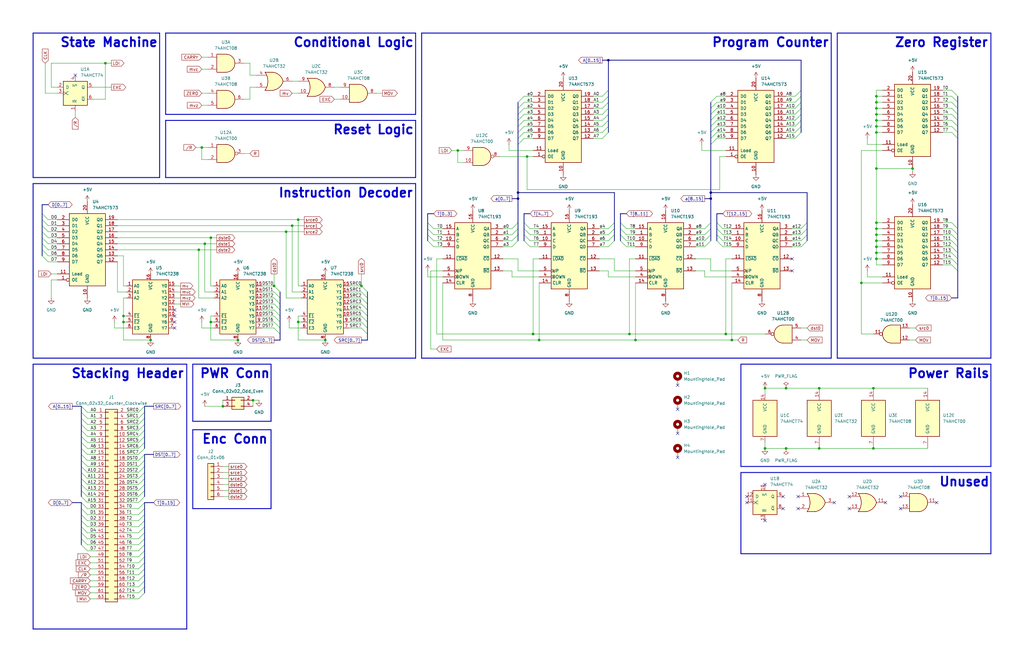
<source format=kicad_sch>
(kicad_sch (version 20250114) (generator "eeschema") (generator_version "9.0")
  (paper "B")
  (title_block (title "TTA8 Control Unit") (date "2025-09-10") (rev "0") (company "Dante Morelli"))
  (text "Conditional Logic" (at 149.098 18.034 0) (effects (font (size 3.81 3.81) (bold yes))))
  (text "PWR Conn" (at 99.06 157.734 0) (effects (font (size 3.81 3.81) (bold yes))))
  (text "Unused" (at 406.654 203.454 0) (effects (font (size 3.81 3.81) (bold yes))))
  (text "Reset Logic" (at 157.48 54.864 0) (effects (font (size 3.81 3.81) (bold yes))))
  (text "Enc Conn" (at 99.06 185.42 0) (effects (font (size 3.81 3.81) (bold yes))))
  (text "State Machine" (at 45.974 18.034 0) (effects (font (size 3.81 3.81) (bold yes))))
  (text "Instruction Decoder" (at 145.796 81.534 0) (effects (font (size 3.81 3.81) (bold yes))))
  (text "Program Counter" (at 324.866 18.034 0) (effects (font (size 3.81 3.81) (bold yes))))
  (text "Stacking Header" (at 53.848 157.734 0) (effects (font (size 3.81 3.81) (bold yes))))
  (text "Power Rails" (at 400.05 157.734 0) (effects (font (size 3.81 3.81) (bold yes))))
  (text "Zero Register" (at 397.002 18.034 0) (effects (font (size 3.81 3.81) (bold yes))))
  (junction (at 218.44 83.82))
  (junction (at 369.57 96.52))
  (junction (at 345.44 163.83))
  (junction (at 52.07 133.35))
  (junction (at 267.97 143.51))
  (junction (at 222.25 66.04))
  (junction (at 218.44 81.28))
  (junction (at 322.58 163.83))
  (junction (at 369.57 50.8))
  (junction (at 369.57 109.22))
  (junction (at 83.82 105.41))
  (junction (at 52.07 135.89))
  (junction (at 63.5 143.51))
  (junction (at 369.57 53.34))
  (junction (at 227.33 143.51))
  (junction (at 369.57 40.64))
  (junction (at 369.57 93.98))
  (junction (at 123.19 95.25))
  (junction (at 369.57 104.14))
  (junction (at 44.45 26.67))
  (junction (at 152.4 120.65))
  (junction (at 369.57 45.72))
  (junction (at 256.54 25.4))
  (junction (at 120.65 97.79))
  (junction (at 85.09 62.23))
  (junction (at 368.3 163.83))
  (junction (at 384.81 71.12))
  (junction (at 193.04 63.5))
  (junction (at 115.57 120.65))
  (junction (at 265.43 140.97))
  (junction (at 88.9 100.33))
  (junction (at 322.58 189.23))
  (junction (at 369.57 55.88))
  (junction (at 86.36 102.87))
  (junction (at 224.79 140.97))
  (junction (at 100.33 143.51))
  (junction (at 369.57 43.18))
  (junction (at 368.3 189.23))
  (junction (at 299.72 83.82))
  (junction (at 369.57 106.68))
  (junction (at 137.16 143.51))
  (junction (at 369.57 101.6))
  (junction (at 299.72 81.28))
  (junction (at 125.73 135.89))
  (junction (at 88.9 135.89))
  (junction (at 306.07 140.97))
  (junction (at 363.22 119.38))
  (junction (at 369.57 48.26))
  (junction (at 308.61 143.51))
  (junction (at 125.73 92.71))
  (junction (at 331.47 189.23))
  (junction (at 369.57 99.06))
  (junction (at 106.68 168.91))
  (junction (at 369.57 71.12))
  (junction (at 93.98 171.45))
  (junction (at 331.47 163.83))
  (junction (at 345.44 189.23))
  (no_connect (at 322.58 219.71))
  (no_connect (at 73.66 133.35))
  (no_connect (at 314.96 212.09))
  (no_connect (at 334.01 109.22))
  (no_connect (at 358.14 214.63))
  (no_connect (at 336.55 209.55))
  (no_connect (at 285.75 193.04))
  (no_connect (at 285.75 182.88))
  (no_connect (at 285.75 172.72))
  (no_connect (at 394.97 212.09))
  (no_connect (at 73.66 135.89))
  (no_connect (at 379.73 214.63))
  (no_connect (at 379.73 209.55))
  (no_connect (at 322.58 204.47))
  (no_connect (at 373.38 212.09))
  (no_connect (at 285.75 162.56))
  (no_connect (at 330.2 214.63))
  (no_connect (at 336.55 214.63))
  (no_connect (at 330.2 209.55))
  (no_connect (at 73.66 130.81))
  (no_connect (at 31.75 31.75))
  (no_connect (at 73.66 138.43))
  (no_connect (at 358.14 209.55))
  (no_connect (at 314.96 209.55))
  (no_connect (at 334.01 114.3))
  (no_connect (at 351.79 212.09))
  (bus_entry (at 152.4 125.73) (size 2.54 2.54))
  (bus_entry (at 36.83 227.33) (size -2.54 -2.54))
  (bus_entry (at 115.57 128.27) (size 2.54 2.54))
  (bus_entry (at 36.83 196.85) (size -2.54 -2.54))
  (bus_entry (at 254 40.64) (size 2.54 -2.54))
  (bus_entry (at 304.8 104.14) (size -2.54 -2.54))
  (bus_entry (at 180.34 99.06) (size 2.54 2.54))
  (bus_entry (at 254 58.42) (size 2.54 -2.54))
  (bus_entry (at 17.78 105.41) (size 2.54 2.54))
  (bus_entry (at 36.83 199.39) (size -2.54 -2.54))
  (bus_entry (at 335.28 43.18) (size 2.54 -2.54))
  (bus_entry (at 58.42 199.39) (size 2.54 -2.54))
  (bus_entry (at 220.98 40.64) (size -2.54 2.54))
  (bus_entry (at 58.42 179.07) (size 2.54 -2.54))
  (bus_entry (at 17.78 92.71) (size 2.54 2.54))
  (bus_entry (at 36.83 184.15) (size -2.54 -2.54))
  (bus_entry (at 220.98 48.26) (size -2.54 2.54))
  (bus_entry (at 58.42 245.11) (size 2.54 -2.54))
  (bus_entry (at 58.42 240.03) (size 2.54 -2.54))
  (bus_entry (at 302.26 48.26) (size -2.54 2.54))
  (bus_entry (at 17.78 107.95) (size 2.54 2.54))
  (bus_entry (at 302.26 40.64) (size -2.54 2.54))
  (bus_entry (at 58.42 196.85) (size 2.54 -2.54))
  (bus_entry (at 401.32 106.68) (size 2.54 2.54))
  (bus_entry (at 302.26 53.34) (size -2.54 2.54))
  (bus_entry (at 401.32 109.22) (size 2.54 2.54))
  (bus_entry (at 36.83 224.79) (size -2.54 -2.54))
  (bus_entry (at 254 43.18) (size 2.54 -2.54))
  (bus_entry (at 215.9 99.06) (size 2.54 -2.54))
  (bus_entry (at 264.16 96.52) (size -2.54 -2.54))
  (bus_entry (at 254 45.72) (size 2.54 -2.54))
  (bus_entry (at 36.83 232.41) (size -2.54 -2.54))
  (bus_entry (at 401.32 43.18) (size 2.54 2.54))
  (bus_entry (at 36.83 217.17) (size -2.54 -2.54))
  (bus_entry (at 58.42 194.31) (size 2.54 -2.54))
  (bus_entry (at 335.28 53.34) (size 2.54 -2.54))
  (bus_entry (at 215.9 96.52) (size 2.54 -2.54))
  (bus_entry (at 215.9 101.6) (size 2.54 -2.54))
  (bus_entry (at 335.28 40.64) (size 2.54 -2.54))
  (bus_entry (at 401.32 93.98) (size 2.54 2.54))
  (bus_entry (at 401.32 53.34) (size 2.54 2.54))
  (bus_entry (at 36.83 189.23) (size -2.54 -2.54))
  (bus_entry (at 58.42 184.15) (size 2.54 -2.54))
  (bus_entry (at 401.32 40.64) (size 2.54 2.54))
  (bus_entry (at 304.8 99.06) (size -2.54 -2.54))
  (bus_entry (at 58.42 191.77) (size 2.54 -2.54))
  (bus_entry (at 58.42 189.23) (size 2.54 -2.54))
  (bus_entry (at 58.42 219.71) (size 2.54 -2.54))
  (bus_entry (at 302.26 50.8) (size -2.54 2.54))
  (bus_entry (at 36.83 214.63) (size -2.54 -2.54))
  (bus_entry (at 115.57 135.89) (size 2.54 2.54))
  (bus_entry (at 36.83 204.47) (size -2.54 -2.54))
  (bus_entry (at 304.8 101.6) (size -2.54 -2.54))
  (bus_entry (at 401.32 99.06) (size 2.54 2.54))
  (bus_entry (at 337.82 99.06) (size 2.54 -2.54))
  (bus_entry (at 115.57 130.81) (size 2.54 2.54))
  (bus_entry (at 401.32 104.14) (size 2.54 2.54))
  (bus_entry (at 58.42 250.19) (size 2.54 -2.54))
  (bus_entry (at 36.83 209.55) (size -2.54 -2.54))
  (bus_entry (at 36.83 212.09) (size -2.54 -2.54))
  (bus_entry (at 304.8 96.52) (size -2.54 -2.54))
  (bus_entry (at 254 55.88) (size 2.54 -2.54))
  (bus_entry (at 58.42 237.49) (size 2.54 -2.54))
  (bus_entry (at 337.82 101.6) (size 2.54 -2.54))
  (bus_entry (at 115.57 120.65) (size 2.54 2.54))
  (bus_entry (at 297.18 101.6) (size 2.54 -2.54))
  (bus_entry (at 335.28 50.8) (size 2.54 -2.54))
  (bus_entry (at 115.57 123.19) (size 2.54 2.54))
  (bus_entry (at 58.42 173.99) (size 2.54 -2.54))
  (bus_entry (at 335.28 58.42) (size 2.54 -2.54))
  (bus_entry (at 58.42 217.17) (size 2.54 -2.54))
  (bus_entry (at 220.98 58.42) (size -2.54 2.54))
  (bus_entry (at 401.32 45.72) (size 2.54 2.54))
  (bus_entry (at 220.98 45.72) (size -2.54 2.54))
  (bus_entry (at 264.16 99.06) (size -2.54 -2.54))
  (bus_entry (at 256.54 101.6) (size 2.54 -2.54))
  (bus_entry (at 302.26 45.72) (size -2.54 2.54))
  (bus_entry (at 335.28 48.26) (size 2.54 -2.54))
  (bus_entry (at 297.18 99.06) (size 2.54 -2.54))
  (bus_entry (at 215.9 104.14) (size 2.54 -2.54))
  (bus_entry (at 17.78 90.17) (size 2.54 2.54))
  (bus_entry (at 58.42 232.41) (size 2.54 -2.54))
  (bus_entry (at 58.42 176.53) (size 2.54 -2.54))
  (bus_entry (at 401.32 101.6) (size 2.54 2.54))
  (bus_entry (at 36.83 219.71) (size -2.54 -2.54))
  (bus_entry (at 401.32 55.88) (size 2.54 2.54))
  (bus_entry (at 58.42 212.09) (size 2.54 -2.54))
  (bus_entry (at 302.26 43.18) (size -2.54 2.54))
  (bus_entry (at 337.82 104.14) (size 2.54 -2.54))
  (bus_entry (at 58.42 201.93) (size 2.54 -2.54))
  (bus_entry (at 17.78 102.87) (size 2.54 2.54))
  (bus_entry (at 58.42 242.57) (size 2.54 -2.54))
  (bus_entry (at 152.4 130.81) (size 2.54 2.54))
  (bus_entry (at 36.83 179.07) (size -2.54 -2.54))
  (bus_entry (at 17.78 95.25) (size 2.54 2.54))
  (bus_entry (at 115.57 125.73) (size 2.54 2.54))
  (bus_entry (at 152.4 123.19) (size 2.54 2.54))
  (bus_entry (at 17.78 97.79) (size 2.54 2.54))
  (bus_entry (at 58.42 186.69) (size 2.54 -2.54))
  (bus_entry (at 152.4 133.35) (size 2.54 2.54))
  (bus_entry (at 264.16 101.6) (size -2.54 -2.54))
  (bus_entry (at 36.83 229.87) (size -2.54 -2.54))
  (bus_entry (at 401.32 50.8) (size 2.54 2.54))
  (bus_entry (at 254 53.34) (size 2.54 -2.54))
  (bus_entry (at 223.52 99.06) (size -2.54 -2.54))
  (bus_entry (at 58.42 227.33) (size 2.54 -2.54))
  (bus_entry (at 220.98 43.18) (size -2.54 2.54))
  (bus_entry (at 36.83 181.61) (size -2.54 -2.54))
  (bus_entry (at 254 50.8) (size 2.54 -2.54))
  (bus_entry (at 58.42 252.73) (size 2.54 -2.54))
  (bus_entry (at 302.26 58.42) (size -2.54 2.54))
  (bus_entry (at 115.57 133.35) (size 2.54 2.54))
  (bus_entry (at 58.42 204.47) (size 2.54 -2.54))
  (bus_entry (at 401.32 111.76) (size 2.54 2.54))
  (bus_entry (at 36.83 176.53) (size -2.54 -2.54))
  (bus_entry (at 58.42 224.79) (size 2.54 -2.54))
  (bus_entry (at 335.28 45.72) (size 2.54 -2.54))
  (bus_entry (at 36.83 194.31) (size -2.54 -2.54))
  (bus_entry (at 401.32 48.26) (size 2.54 2.54))
  (bus_entry (at 152.4 135.89) (size 2.54 2.54))
  (bus_entry (at 180.34 101.6) (size 2.54 2.54))
  (bus_entry (at 36.83 186.69) (size -2.54 -2.54))
  (bus_entry (at 152.4 128.27) (size 2.54 2.54))
  (bus_entry (at 254 48.26) (size 2.54 -2.54))
  (bus_entry (at 220.98 50.8) (size -2.54 2.54))
  (bus_entry (at 36.83 207.01) (size -2.54 -2.54))
  (bus_entry (at 264.16 104.14) (size -2.54 -2.54))
  (bus_entry (at 256.54 96.52) (size 2.54 -2.54))
  (bus_entry (at 36.83 201.93) (size -2.54 -2.54))
  (bus_entry (at 220.98 55.88) (size -2.54 2.54))
  (bus_entry (at 58.42 207.01) (size 2.54 -2.54))
  (bus_entry (at 302.26 55.88) (size -2.54 2.54))
  (bus_entry (at 256.54 99.06) (size 2.54 -2.54))
  (bus_entry (at 58.42 247.65) (size 2.54 -2.54))
  (bus_entry (at 36.83 173.99) (size -2.54 -2.54))
  (bus_entry (at 223.52 101.6) (size -2.54 -2.54))
  (bus_entry (at 58.42 181.61) (size 2.54 -2.54))
  (bus_entry (at 58.42 222.25) (size 2.54 -2.54))
  (bus_entry (at 180.34 96.52) (size 2.54 2.54))
  (bus_entry (at 36.83 191.77) (size -2.54 -2.54))
  (bus_entry (at 17.78 100.33) (size 2.54 2.54))
  (bus_entry (at 401.32 38.1) (size 2.54 2.54))
  (bus_entry (at 220.98 53.34) (size -2.54 2.54))
  (bus_entry (at 180.34 93.98) (size 2.54 2.54))
  (bus_entry (at 223.52 104.14) (size -2.54 -2.54))
  (bus_entry (at 58.42 229.87) (size 2.54 -2.54))
  (bus_entry (at 297.18 96.52) (size 2.54 -2.54))
  (bus_entry (at 223.52 96.52) (size -2.54 -2.54))
  (bus_entry (at 58.42 234.95) (size 2.54 -2.54))
  (bus_entry (at 256.54 104.14) (size 2.54 -2.54))
  (bus_entry (at 335.28 55.88) (size 2.54 -2.54))
  (bus_entry (at 58.42 209.55) (size 2.54 -2.54))
  (bus_entry (at 337.82 96.52) (size 2.54 -2.54))
  (bus_entry (at 297.18 104.14) (size 2.54 -2.54))
  (bus_entry (at 401.32 96.52) (size 2.54 2.54))
  (bus_entry (at 152.4 138.43) (size 2.54 2.54))
  (bus_entry (at 115.57 138.43) (size 2.54 2.54))
  (bus_entry (at 58.42 214.63) (size 2.54 -2.54))
  (bus_entry (at 152.4 120.65) (size 2.54 2.54))
  (bus_entry (at 36.83 222.25) (size -2.54 -2.54))
  (wire (pts (xy 293.37 109.22) (xy 299.72 109.22)))
  (wire (pts (xy 53.34 196.85) (xy 58.42 196.85)))
  (wire (pts (xy 82.55 62.23) (xy 85.09 62.23)))
  (bus (pts (xy 256.54 40.64) (xy 256.54 43.18)))
  (wire (pts (xy 90.17 138.43) (xy 85.09 138.43)))
  (wire (pts (xy 214.63 60.96) (xy 214.63 63.5)))
  (wire (pts (xy 363.22 140.97) (xy 368.3 140.97)))
  (wire (pts (xy 308.61 109.22) (xy 306.07 109.22)))
  (wire (pts (xy 36.83 217.17) (xy 40.64 217.17)))
  (bus (pts (xy 34.29 227.33) (xy 34.29 224.79)))
  (bus (pts (xy 218.44 45.72) (xy 218.44 48.26)))
  (wire (pts (xy 52.07 135.89) (xy 52.07 143.51)))
  (bus (pts (xy 218.44 83.82) (xy 218.44 81.28)))
  (wire (pts (xy 21.59 115.57) (xy 24.13 115.57)))
  (bus (pts (xy 60.96 245.11) (xy 60.96 242.57)))
  (bus (pts (xy 261.62 101.6) (xy 261.62 99.06)))
  (wire (pts (xy 36.83 184.15) (xy 40.64 184.15)))
  (wire (pts (xy 53.34 242.57) (xy 58.42 242.57)))
  (bus (pts (xy 118.11 140.97) (xy 118.11 143.51)))
  (wire (pts (xy 125.73 120.65) (xy 127 120.65)))
  (wire (pts (xy 218.44 109.22) (xy 218.44 114.3)))
  (bus (pts (xy 299.72 93.98) (xy 299.72 96.52)))
  (bus (pts (xy 218.44 96.52) (xy 218.44 93.98)))
  (bus (pts (xy 256.54 53.34) (xy 256.54 55.88)))
  (wire (pts (xy 369.57 109.22) (xy 372.11 109.22)))
  (bus (pts (xy 401.32 125.73) (xy 403.86 125.73)))
  (polyline (pts (xy 13.97 153.67) (xy 78.74 153.67)) (stroke (width 0.381)))
  (wire (pts (xy 331.47 45.72) (xy 335.28 45.72)))
  (wire (pts (xy 110.49 120.65) (xy 115.57 120.65)))
  (bus (pts (xy 302.26 96.52) (xy 302.26 93.98)))
  (polyline (pts (xy 175.26 77.47) (xy 175.26 151.13)) (stroke (width 0.381)))
  (bus (pts (xy 154.94 143.51) (xy 154.94 140.97)))
  (polyline (pts (xy 177.8 151.13) (xy 350.52 151.13)) (stroke (width 0.381)))
  (bus (pts (xy 34.29 184.15) (xy 34.29 181.61)))
  (bus (pts (xy 17.78 95.25) (xy 17.78 97.79)))
  (wire (pts (xy 215.9 114.3) (xy 215.9 116.84)))
  (wire (pts (xy 38.1 247.65) (xy 40.64 247.65)))
  (bus (pts (xy 340.36 81.28) (xy 340.36 93.98)))
  (wire (pts (xy 88.9 133.35) (xy 88.9 135.89)))
  (wire (pts (xy 302.26 40.64) (xy 306.07 40.64)))
  (wire (pts (xy 182.88 104.14) (xy 186.69 104.14)))
  (bus (pts (xy 34.29 201.93) (xy 34.29 199.39)))
  (wire (pts (xy 186.69 109.22) (xy 184.15 109.22)))
  (wire (pts (xy 293.37 99.06) (xy 297.18 99.06)))
  (wire (pts (xy 49.53 105.41) (xy 83.82 105.41)))
  (wire (pts (xy 334.01 101.6) (xy 337.82 101.6)))
  (wire (pts (xy 36.83 199.39) (xy 40.64 199.39)))
  (wire (pts (xy 299.72 114.3) (xy 308.61 114.3)))
  (bus (pts (xy 403.86 111.76) (xy 403.86 114.3)))
  (wire (pts (xy 123.19 95.25) (xy 128.27 95.25)))
  (wire (pts (xy 85.09 62.23) (xy 87.63 62.23)))
  (wire (pts (xy 322.58 189.23) (xy 331.47 189.23)))
  (wire (pts (xy 304.8 104.14) (xy 308.61 104.14)))
  (bus (pts (xy 180.34 93.98) (xy 180.34 90.17)))
  (wire (pts (xy 369.57 93.98) (xy 372.11 93.98)))
  (wire (pts (xy 397.51 99.06) (xy 401.32 99.06)))
  (wire (pts (xy 372.11 38.1) (xy 369.57 38.1)))
  (wire (pts (xy 123.19 34.29) (xy 125.73 34.29)))
  (bus (pts (xy 118.11 138.43) (xy 118.11 140.97)))
  (wire (pts (xy 322.58 163.83) (xy 322.58 166.37)))
  (bus (pts (xy 180.34 99.06) (xy 180.34 96.52)))
  (polyline (pts (xy 13.97 77.47) (xy 67.31 77.47)) (stroke (width 0.381)))
  (wire (pts (xy 125.73 143.51) (xy 137.16 143.51)))
  (bus (pts (xy 403.86 58.42) (xy 403.86 96.52)))
  (wire (pts (xy 224.79 109.22) (xy 227.33 109.22)))
  (wire (pts (xy 180.34 114.3) (xy 180.34 116.84)))
  (wire (pts (xy 52.07 125.73) (xy 52.07 133.35)))
  (wire (pts (xy 369.57 99.06) (xy 369.57 101.6)))
  (polyline (pts (xy 114.3 177.8) (xy 114.3 153.67)) (stroke (width 0.381) (type solid)))
  (bus (pts (xy 17.78 90.17) (xy 17.78 92.71)))
  (wire (pts (xy 397.51 45.72) (xy 401.32 45.72)))
  (polyline (pts (xy 114.3 153.67) (xy 81.28 153.67)) (stroke (width 0.381) (type solid)))
  (wire (pts (xy 186.69 143.51) (xy 186.69 119.38)))
  (wire (pts (xy 369.57 45.72) (xy 372.11 45.72)))
  (wire (pts (xy 369.57 93.98) (xy 369.57 96.52)))
  (bus (pts (xy 154.94 133.35) (xy 154.94 130.81)))
  (wire (pts (xy 369.57 38.1) (xy 369.57 40.64)))
  (wire (pts (xy 53.34 201.93) (xy 58.42 201.93)))
  (bus (pts (xy 60.96 171.45) (xy 64.77 171.45)))
  (wire (pts (xy 85.09 135.89) (xy 85.09 138.43)))
  (bus (pts (xy 118.11 130.81) (xy 118.11 133.35)))
  (bus (pts (xy 34.29 179.07) (xy 34.29 176.53)))
  (bus (pts (xy 17.78 97.79) (xy 17.78 100.33)))
  (wire (pts (xy 224.79 140.97) (xy 224.79 109.22)))
  (wire (pts (xy 93.98 199.39) (xy 96.52 199.39)))
  (wire (pts (xy 222.25 80.01) (xy 303.53 80.01)))
  (wire (pts (xy 368.3 163.83) (xy 391.16 163.83)))
  (bus (pts (xy 299.72 58.42) (xy 299.72 60.96)))
  (wire (pts (xy 105.41 31.75) (xy 105.41 26.67)))
  (wire (pts (xy 110.49 138.43) (xy 115.57 138.43)))
  (wire (pts (xy 337.82 143.51) (xy 340.36 143.51)))
  (bus (pts (xy 34.29 207.01) (xy 34.29 204.47)))
  (bus (pts (xy 403.86 55.88) (xy 403.86 58.42)))
  (bus (pts (xy 259.08 93.98) (xy 259.08 96.52)))
  (polyline (pts (xy 177.8 13.97) (xy 177.8 151.13)) (stroke (width 0.381)))
  (wire (pts (xy 302.26 50.8) (xy 306.07 50.8)))
  (wire (pts (xy 38.1 240.03) (xy 40.64 240.03)))
  (polyline (pts (xy 69.85 50.8) (xy 69.85 74.93)) (stroke (width 0.381)))
  (wire (pts (xy 397.51 53.34) (xy 401.32 53.34)))
  (bus (pts (xy 259.08 99.06) (xy 259.08 101.6)))
  (wire (pts (xy 88.9 100.33) (xy 88.9 120.65)))
  (bus (pts (xy 118.11 125.73) (xy 118.11 128.27)))
  (polyline (pts (xy 177.8 13.97) (xy 350.52 13.97)) (stroke (width 0.381)))
  (bus (pts (xy 34.29 189.23) (xy 34.29 186.69)))
  (wire (pts (xy 181.61 114.3) (xy 186.69 114.3)))
  (wire (pts (xy 306.07 109.22) (xy 306.07 140.97)))
  (wire (pts (xy 220.98 43.18) (xy 224.79 43.18)))
  (bus (pts (xy 34.29 214.63) (xy 34.29 212.09)))
  (wire (pts (xy 83.82 105.41) (xy 83.82 125.73)))
  (wire (pts (xy 264.16 96.52) (xy 267.97 96.52)))
  (wire (pts (xy 293.37 101.6) (xy 297.18 101.6)))
  (bus (pts (xy 220.98 96.52) (xy 220.98 93.98)))
  (wire (pts (xy 223.52 104.14) (xy 227.33 104.14)))
  (bus (pts (xy 154.94 128.27) (xy 154.94 125.73)))
  (bus (pts (xy 60.96 224.79) (xy 60.96 222.25)))
  (bus (pts (xy 60.96 189.23) (xy 60.96 186.69)))
  (wire (pts (xy 397.51 50.8) (xy 401.32 50.8)))
  (wire (pts (xy 397.51 96.52) (xy 401.32 96.52)))
  (wire (pts (xy 88.9 100.33) (xy 91.44 100.33)))
  (bus (pts (xy 254 25.4) (xy 256.54 25.4)))
  (wire (pts (xy 250.19 58.42) (xy 254 58.42)))
  (bus (pts (xy 261.62 93.98) (xy 261.62 90.17)))
  (wire (pts (xy 152.4 115.57) (xy 152.4 120.65)))
  (bus (pts (xy 60.96 234.95) (xy 60.96 232.41)))
  (wire (pts (xy 105.41 41.91) (xy 102.87 41.91)))
  (bus (pts (xy 60.96 232.41) (xy 60.96 229.87)))
  (bus (pts (xy 403.86 48.26) (xy 403.86 50.8)))
  (wire (pts (xy 53.34 135.89) (xy 52.07 135.89)))
  (wire (pts (xy 21.59 118.11) (xy 24.13 118.11)))
  (wire (pts (xy 214.63 63.5) (xy 224.79 63.5)))
  (bus (pts (xy 218.44 48.26) (xy 218.44 50.8)))
  (polyline (pts (xy 175.26 74.93) (xy 175.26 50.8)) (stroke (width 0.381)))
  (bus (pts (xy 118.11 128.27) (xy 118.11 130.81)))
  (wire (pts (xy 369.57 50.8) (xy 372.11 50.8)))
  (bus (pts (xy 154.94 130.81) (xy 154.94 128.27)))
  (wire (pts (xy 308.61 119.38) (xy 308.61 143.51)))
  (wire (pts (xy 297.18 114.3) (xy 297.18 116.84)))
  (wire (pts (xy 193.04 63.5) (xy 195.58 63.5)))
  (wire (pts (xy 369.57 96.52) (xy 372.11 96.52)))
  (wire (pts (xy 53.34 173.99) (xy 58.42 173.99)))
  (wire (pts (xy 36.83 227.33) (xy 40.64 227.33)))
  (wire (pts (xy 322.58 189.23) (xy 322.58 186.69)))
  (wire (pts (xy 53.34 204.47) (xy 58.42 204.47)))
  (wire (pts (xy 49.53 97.79) (xy 120.65 97.79)))
  (wire (pts (xy 252.73 96.52) (xy 256.54 96.52)))
  (wire (pts (xy 125.73 135.89) (xy 125.73 143.51)))
  (wire (pts (xy 147.32 135.89) (xy 152.4 135.89)))
  (bus (pts (xy 60.96 196.85) (xy 60.96 194.31)))
  (wire (pts (xy 369.57 48.26) (xy 369.57 50.8)))
  (wire (pts (xy 212.09 109.22) (xy 218.44 109.22)))
  (bus (pts (xy 220.98 101.6) (xy 220.98 99.06)))
  (polyline (pts (xy 13.97 13.97) (xy 13.97 74.93)) (stroke (width 0.381)))
  (wire (pts (xy 38.1 237.49) (xy 40.64 237.49)))
  (wire (pts (xy 250.19 45.72) (xy 254 45.72)))
  (wire (pts (xy 105.41 31.75) (xy 107.95 31.75)))
  (polyline (pts (xy 417.83 13.97) (xy 417.83 151.13)) (stroke (width 0.381)))
  (wire (pts (xy 365.76 114.3) (xy 365.76 116.84)))
  (wire (pts (xy 106.68 168.91) (xy 109.22 168.91)))
  (wire (pts (xy 53.34 209.55) (xy 58.42 209.55)))
  (wire (pts (xy 223.52 99.06) (xy 227.33 99.06)))
  (wire (pts (xy 182.88 99.06) (xy 186.69 99.06)))
  (wire (pts (xy 308.61 143.51) (xy 311.15 143.51)))
  (bus (pts (xy 299.72 55.88) (xy 299.72 58.42)))
  (bus (pts (xy 220.98 99.06) (xy 220.98 96.52)))
  (wire (pts (xy 267.97 143.51) (xy 308.61 143.51)))
  (wire (pts (xy 53.34 191.77) (xy 58.42 191.77)))
  (polyline (pts (xy 312.42 196.85) (xy 312.42 153.67)) (stroke (width 0.381)))
  (bus (pts (xy 154.94 140.97) (xy 154.94 138.43)))
  (bus (pts (xy 337.82 50.8) (xy 337.82 48.26)))
  (wire (pts (xy 304.8 99.06) (xy 308.61 99.06)))
  (wire (pts (xy 36.83 186.69) (xy 40.64 186.69)))
  (wire (pts (xy 295.91 63.5) (xy 306.07 63.5)))
  (wire (pts (xy 369.57 40.64) (xy 369.57 43.18)))
  (bus (pts (xy 403.86 96.52) (xy 403.86 99.06)))
  (wire (pts (xy 220.98 40.64) (xy 224.79 40.64)))
  (bus (pts (xy 180.34 96.52) (xy 180.34 93.98)))
  (wire (pts (xy 193.04 63.5) (xy 193.04 68.58)))
  (wire (pts (xy 44.45 41.91) (xy 39.37 41.91)))
  (wire (pts (xy 212.09 114.3) (xy 215.9 114.3)))
  (wire (pts (xy 93.98 204.47) (xy 96.52 204.47)))
  (bus (pts (xy 218.44 58.42) (xy 218.44 60.96)))
  (wire (pts (xy 53.34 250.19) (xy 58.42 250.19)))
  (bus (pts (xy 218.44 60.96) (xy 218.44 81.28)))
  (wire (pts (xy 220.98 58.42) (xy 224.79 58.42)))
  (wire (pts (xy 369.57 111.76) (xy 372.11 111.76)))
  (wire (pts (xy 369.57 96.52) (xy 369.57 99.06)))
  (wire (pts (xy 383.54 143.51) (xy 386.08 143.51)))
  (wire (pts (xy 44.45 26.67) (xy 46.99 26.67)))
  (bus (pts (xy 34.29 176.53) (xy 34.29 173.99)))
  (wire (pts (xy 363.22 140.97) (xy 363.22 119.38)))
  (wire (pts (xy 220.98 55.88) (xy 224.79 55.88)))
  (wire (pts (xy 85.09 67.31) (xy 85.09 62.23)))
  (wire (pts (xy 303.53 80.01) (xy 303.53 66.04)))
  (wire (pts (xy 120.65 97.79) (xy 120.65 125.73)))
  (bus (pts (xy 60.96 191.77) (xy 64.77 191.77)))
  (wire (pts (xy 303.53 66.04) (xy 306.07 66.04)))
  (bus (pts (xy 261.62 99.06) (xy 261.62 96.52)))
  (bus (pts (xy 20.32 86.36) (xy 17.78 86.36)))
  (polyline (pts (xy 417.83 151.13) (xy 353.06 151.13)) (stroke (width 0.381)))
  (wire (pts (xy 267.97 119.38) (xy 267.97 143.51)))
  (wire (pts (xy 265.43 140.97) (xy 306.07 140.97)))
  (wire (pts (xy 36.83 189.23) (xy 40.64 189.23)))
  (wire (pts (xy 369.57 40.64) (xy 372.11 40.64)))
  (wire (pts (xy 220.98 48.26) (xy 224.79 48.26)))
  (bus (pts (xy 34.29 173.99) (xy 34.29 171.45)))
  (bus (pts (xy 30.48 212.09) (xy 34.29 212.09)))
  (bus (pts (xy 17.78 92.71) (xy 17.78 95.25)))
  (bus (pts (xy 403.86 40.64) (xy 403.86 43.18)))
  (wire (pts (xy 36.83 229.87) (xy 40.64 229.87)))
  (wire (pts (xy 250.19 53.34) (xy 254 53.34)))
  (bus (pts (xy 256.54 25.4) (xy 256.54 38.1)))
  (polyline (pts (xy 67.31 74.93) (xy 67.31 13.97)) (stroke (width 0.381)))
  (wire (pts (xy 331.47 163.83) (xy 345.44 163.83)))
  (polyline (pts (xy 353.06 13.97) (xy 417.83 13.97)) (stroke (width 0.381)))
  (bus (pts (xy 34.29 204.47) (xy 34.29 201.93)))
  (polyline (pts (xy 417.83 233.68) (xy 312.42 233.68)) (stroke (width 0.381)))
  (bus (pts (xy 215.9 83.82) (xy 218.44 83.82)))
  (wire (pts (xy 369.57 101.6) (xy 372.11 101.6)))
  (bus (pts (xy 34.29 209.55) (xy 34.29 207.01)))
  (wire (pts (xy 53.34 194.31) (xy 58.42 194.31)))
  (bus (pts (xy 60.96 173.99) (xy 60.96 171.45)))
  (wire (pts (xy 331.47 55.88) (xy 335.28 55.88)))
  (wire (pts (xy 259.08 114.3) (xy 267.97 114.3)))
  (wire (pts (xy 250.19 40.64) (xy 254 40.64)))
  (bus (pts (xy 60.96 207.01) (xy 60.96 204.47)))
  (wire (pts (xy 147.32 138.43) (xy 152.4 138.43)))
  (bus (pts (xy 34.29 186.69) (xy 34.29 184.15)))
  (bus (pts (xy 218.44 55.88) (xy 218.44 58.42)))
  (wire (pts (xy 397.51 93.98) (xy 401.32 93.98)))
  (wire (pts (xy 53.34 217.17) (xy 58.42 217.17)))
  (wire (pts (xy 38.1 234.95) (xy 40.64 234.95)))
  (wire (pts (xy 36.83 209.55) (xy 40.64 209.55)))
  (polyline (pts (xy 81.28 153.67) (xy 81.28 177.8)) (stroke (width 0.381) (type solid)))
  (bus (pts (xy 259.08 81.28) (xy 259.08 93.98)))
  (wire (pts (xy 147.32 120.65) (xy 152.4 120.65)))
  (bus (pts (xy 34.29 191.77) (xy 34.29 189.23)))
  (wire (pts (xy 331.47 43.18) (xy 335.28 43.18)))
  (wire (pts (xy 369.57 53.34) (xy 369.57 55.88)))
  (wire (pts (xy 304.8 96.52) (xy 308.61 96.52)))
  (bus (pts (xy 60.96 247.65) (xy 60.96 245.11)))
  (wire (pts (xy 110.49 125.73) (xy 115.57 125.73)))
  (wire (pts (xy 222.25 66.04) (xy 224.79 66.04)))
  (wire (pts (xy 218.44 114.3) (xy 227.33 114.3)))
  (wire (pts (xy 397.51 38.1) (xy 401.32 38.1)))
  (wire (pts (xy 19.05 39.37) (xy 24.13 39.37)))
  (wire (pts (xy 180.34 116.84) (xy 186.69 116.84)))
  (bus (pts (xy 118.11 135.89) (xy 118.11 138.43)))
  (polyline (pts (xy 78.74 265.43) (xy 78.74 153.67)) (stroke (width 0.381)))
  (bus (pts (xy 60.96 181.61) (xy 60.96 179.07)))
  (wire (pts (xy 182.88 101.6) (xy 186.69 101.6)))
  (bus (pts (xy 218.44 101.6) (xy 218.44 99.06)))
  (bus (pts (xy 302.26 99.06) (xy 302.26 96.52)))
  (polyline (pts (xy 312.42 233.68) (xy 312.42 199.39)) (stroke (width 0.381)))
  (wire (pts (xy 52.07 107.95) (xy 52.07 120.65)))
  (bus (pts (xy 299.72 83.82) (xy 299.72 93.98)))
  (wire (pts (xy 220.98 45.72) (xy 224.79 45.72)))
  (wire (pts (xy 369.57 104.14) (xy 372.11 104.14)))
  (wire (pts (xy 102.87 64.77) (xy 105.41 64.77)))
  (wire (pts (xy 19.05 26.67) (xy 19.05 39.37)))
  (wire (pts (xy 53.34 227.33) (xy 58.42 227.33)))
  (wire (pts (xy 224.79 140.97) (xy 265.43 140.97)))
  (bus (pts (xy 403.86 53.34) (xy 403.86 55.88)))
  (wire (pts (xy 53.34 212.09) (xy 58.42 212.09)))
  (wire (pts (xy 372.11 63.5) (xy 363.22 63.5)))
  (bus (pts (xy 60.96 179.07) (xy 60.96 176.53)))
  (wire (pts (xy 49.53 123.19) (xy 53.34 123.19)))
  (wire (pts (xy 264.16 104.14) (xy 267.97 104.14)))
  (bus (pts (xy 302.26 93.98) (xy 302.26 90.17)))
  (wire (pts (xy 383.54 138.43) (xy 386.08 138.43)))
  (bus (pts (xy 218.44 93.98) (xy 218.44 83.82)))
  (wire (pts (xy 53.34 189.23) (xy 58.42 189.23)))
  (bus (pts (xy 17.78 100.33) (xy 17.78 102.87)))
  (bus (pts (xy 403.86 101.6) (xy 403.86 104.14)))
  (polyline (pts (xy 114.3 181.356) (xy 81.28 181.356)) (stroke (width 0.381) (type solid)))
  (wire (pts (xy 369.57 53.34) (xy 372.11 53.34)))
  (wire (pts (xy 265.43 109.22) (xy 267.97 109.22)))
  (bus (pts (xy 17.78 105.41) (xy 17.78 107.95)))
  (wire (pts (xy 73.66 120.65) (xy 76.2 120.65)))
  (wire (pts (xy 105.41 26.67) (xy 102.87 26.67)))
  (wire (pts (xy 397.51 55.88) (xy 401.32 55.88)))
  (bus (pts (xy 403.86 109.22) (xy 403.86 111.76)))
  (wire (pts (xy 38.1 245.11) (xy 40.64 245.11)))
  (wire (pts (xy 106.68 168.91) (xy 106.68 171.45)))
  (wire (pts (xy 368.3 189.23) (xy 391.16 189.23)))
  (wire (pts (xy 252.73 109.22) (xy 259.08 109.22)))
  (wire (pts (xy 53.34 224.79) (xy 58.42 224.79)))
  (wire (pts (xy 302.26 45.72) (xy 306.07 45.72)))
  (bus (pts (xy 218.44 53.34) (xy 218.44 55.88)))
  (wire (pts (xy 88.9 120.65) (xy 90.17 120.65)))
  (bus (pts (xy 337.82 40.64) (xy 337.82 38.1)))
  (wire (pts (xy 369.57 45.72) (xy 369.57 48.26)))
  (bus (pts (xy 256.54 43.18) (xy 256.54 45.72)))
  (wire (pts (xy 53.34 222.25) (xy 58.42 222.25)))
  (wire (pts (xy 121.92 138.43) (xy 121.92 135.89)))
  (wire (pts (xy 53.34 232.41) (xy 58.42 232.41)))
  (bus (pts (xy 60.96 204.47) (xy 60.96 201.93)))
  (wire (pts (xy 53.34 214.63) (xy 58.42 214.63)))
  (wire (pts (xy 334.01 96.52) (xy 337.82 96.52)))
  (wire (pts (xy 397.51 109.22) (xy 401.32 109.22)))
  (bus (pts (xy 299.72 53.34) (xy 299.72 55.88)))
  (wire (pts (xy 48.26 138.43) (xy 53.34 138.43)))
  (wire (pts (xy 36.83 179.07) (xy 40.64 179.07)))
  (bus (pts (xy 299.72 43.18) (xy 299.72 45.72)))
  (wire (pts (xy 107.95 36.83) (xy 105.41 36.83)))
  (wire (pts (xy 36.83 181.61) (xy 40.64 181.61)))
  (wire (pts (xy 31.75 46.99) (xy 31.75 49.53)))
  (wire (pts (xy 264.16 99.06) (xy 267.97 99.06)))
  (wire (pts (xy 120.65 97.79) (xy 128.27 97.79)))
  (polyline (pts (xy 417.83 153.67) (xy 417.83 196.85)) (stroke (width 0.381)))
  (wire (pts (xy 93.98 196.85) (xy 96.52 196.85)))
  (wire (pts (xy 36.83 207.01) (xy 40.64 207.01)))
  (wire (pts (xy 331.47 189.23) (xy 345.44 189.23)))
  (bus (pts (xy 34.29 196.85) (xy 34.29 194.31)))
  (wire (pts (xy 322.58 163.83) (xy 331.47 163.83)))
  (polyline (pts (xy 175.26 48.26) (xy 175.26 13.97)) (stroke (width 0.381)))
  (wire (pts (xy 369.57 71.12) (xy 384.81 71.12)))
  (wire (pts (xy 110.49 135.89) (xy 115.57 135.89)))
  (wire (pts (xy 369.57 104.14) (xy 369.57 106.68)))
  (bus (pts (xy 60.96 242.57) (xy 60.96 240.03)))
  (wire (pts (xy 44.45 26.67) (xy 21.59 26.67)))
  (bus (pts (xy 60.96 184.15) (xy 60.96 181.61)))
  (wire (pts (xy 397.51 111.76) (xy 401.32 111.76)))
  (wire (pts (xy 190.5 63.5) (xy 193.04 63.5)))
  (wire (pts (xy 36.83 212.09) (xy 40.64 212.09)))
  (wire (pts (xy 334.01 99.06) (xy 337.82 99.06)))
  (wire (pts (xy 53.34 252.73) (xy 58.42 252.73)))
  (polyline (pts (xy 69.85 13.97) (xy 69.85 48.26)) (stroke (width 0.381)))
  (wire (pts (xy 256.54 116.84) (xy 267.97 116.84)))
  (bus (pts (xy 60.96 176.53) (xy 60.96 173.99)))
  (wire (pts (xy 20.32 97.79) (xy 24.13 97.79)))
  (bus (pts (xy 337.82 55.88) (xy 337.82 53.34)))
  (wire (pts (xy 88.9 143.51) (xy 100.33 143.51)))
  (bus (pts (xy 261.62 96.52) (xy 261.62 93.98)))
  (wire (pts (xy 369.57 55.88) (xy 369.57 71.12)))
  (wire (pts (xy 53.34 181.61) (xy 58.42 181.61)))
  (wire (pts (xy 293.37 114.3) (xy 297.18 114.3)))
  (bus (pts (xy 60.96 214.63) (xy 60.96 212.09)))
  (bus (pts (xy 34.29 199.39) (xy 34.29 196.85)))
  (bus (pts (xy 34.29 181.61) (xy 34.29 179.07)))
  (wire (pts (xy 193.04 68.58) (xy 195.58 68.58)))
  (bus (pts (xy 403.86 99.06) (xy 403.86 101.6)))
  (wire (pts (xy 369.57 43.18) (xy 372.11 43.18)))
  (wire (pts (xy 372.11 60.96) (xy 365.76 60.96)))
  (wire (pts (xy 345.44 163.83) (xy 368.3 163.83)))
  (wire (pts (xy 369.57 106.68) (xy 369.57 109.22)))
  (polyline (pts (xy 353.06 13.97) (xy 353.06 151.13)) (stroke (width 0.381)))
  (wire (pts (xy 369.57 101.6) (xy 369.57 104.14)))
  (bus (pts (xy 299.72 96.52) (xy 299.72 99.06)))
  (bus (pts (xy 403.86 43.18) (xy 403.86 45.72)))
  (wire (pts (xy 123.19 95.25) (xy 123.19 123.19)))
  (wire (pts (xy 220.98 50.8) (xy 224.79 50.8)))
  (bus (pts (xy 302.26 101.6) (xy 302.26 99.06)))
  (polyline (pts (xy 312.42 199.39) (xy 417.83 199.39)) (stroke (width 0.381)))
  (wire (pts (xy 212.09 104.14) (xy 215.9 104.14)))
  (bus (pts (xy 60.96 194.31) (xy 60.96 191.77)))
  (bus (pts (xy 220.98 93.98) (xy 220.98 90.17)))
  (wire (pts (xy 265.43 140.97) (xy 265.43 109.22)))
  (wire (pts (xy 120.65 125.73) (xy 127 125.73)))
  (wire (pts (xy 186.69 143.51) (xy 227.33 143.51)))
  (wire (pts (xy 250.19 55.88) (xy 254 55.88)))
  (bus (pts (xy 180.34 101.6) (xy 180.34 99.06)))
  (wire (pts (xy 36.83 201.93) (xy 40.64 201.93)))
  (bus (pts (xy 60.96 219.71) (xy 60.96 217.17)))
  (bus (pts (xy 218.44 50.8) (xy 218.44 53.34)))
  (polyline (pts (xy 175.26 13.97) (xy 69.85 13.97)) (stroke (width 0.381)))
  (bus (pts (xy 34.29 194.31) (xy 34.29 191.77)))
  (polyline (pts (xy 69.85 48.26) (xy 175.26 48.26)) (stroke (width 0.381)))
  (wire (pts (xy 90.17 133.35) (xy 88.9 133.35)))
  (wire (pts (xy 52.07 143.51) (xy 63.5 143.51)))
  (wire (pts (xy 252.73 104.14) (xy 256.54 104.14)))
  (wire (pts (xy 44.45 26.67) (xy 44.45 41.91)))
  (wire (pts (xy 250.19 43.18) (xy 254 43.18)))
  (wire (pts (xy 53.34 184.15) (xy 58.42 184.15)))
  (wire (pts (xy 49.53 95.25) (xy 123.19 95.25)))
  (bus (pts (xy 261.62 90.17) (xy 264.16 90.17)))
  (wire (pts (xy 384.81 72.39) (xy 384.81 71.12)))
  (wire (pts (xy 337.82 138.43) (xy 340.36 138.43)))
  (wire (pts (xy 93.98 209.55) (xy 96.52 209.55)))
  (wire (pts (xy 365.76 58.42) (xy 365.76 60.96)))
  (wire (pts (xy 369.57 43.18) (xy 369.57 45.72)))
  (wire (pts (xy 127 133.35) (xy 125.73 133.35)))
  (wire (pts (xy 86.36 102.87) (xy 86.36 123.19)))
  (wire (pts (xy 53.34 245.11) (xy 58.42 245.11)))
  (bus (pts (xy 34.29 222.25) (xy 34.29 219.71)))
  (wire (pts (xy 215.9 116.84) (xy 227.33 116.84)))
  (wire (pts (xy 123.19 39.37) (xy 125.73 39.37)))
  (wire (pts (xy 147.32 133.35) (xy 152.4 133.35)))
  (wire (pts (xy 259.08 109.22) (xy 259.08 114.3)))
  (wire (pts (xy 36.83 204.47) (xy 40.64 204.47)))
  (wire (pts (xy 36.83 222.25) (xy 40.64 222.25)))
  (wire (pts (xy 331.47 53.34) (xy 335.28 53.34)))
  (wire (pts (xy 53.34 199.39) (xy 58.42 199.39)))
  (bus (pts (xy 337.82 45.72) (xy 337.82 43.18)))
  (wire (pts (xy 36.83 224.79) (xy 40.64 224.79)))
  (polyline (pts (xy 350.52 151.13) (xy 350.52 13.97)) (stroke (width 0.381)))
  (bus (pts (xy 218.44 43.18) (xy 218.44 45.72)))
  (bus (pts (xy 17.78 102.87) (xy 17.78 105.41)))
  (wire (pts (xy 85.09 44.45) (xy 87.63 44.45)))
  (bus (pts (xy 60.96 209.55) (xy 60.96 207.01)))
  (wire (pts (xy 227.33 119.38) (xy 227.33 143.51)))
  (wire (pts (xy 181.61 114.3) (xy 181.61 147.32)))
  (wire (pts (xy 252.73 101.6) (xy 256.54 101.6)))
  (polyline (pts (xy 114.3 214.63) (xy 114.3 181.356)) (stroke (width 0.381) (type solid)))
  (wire (pts (xy 110.49 130.81) (xy 115.57 130.81)))
  (wire (pts (xy 222.25 66.04) (xy 222.25 80.01)))
  (wire (pts (xy 20.32 100.33) (xy 24.13 100.33)))
  (wire (pts (xy 140.97 36.83) (xy 143.51 36.83)))
  (bus (pts (xy 60.96 212.09) (xy 64.77 212.09)))
  (wire (pts (xy 36.83 194.31) (xy 40.64 194.31)))
  (wire (pts (xy 158.75 39.37) (xy 161.29 39.37)))
  (bus (pts (xy 118.11 123.19) (xy 118.11 125.73)))
  (bus (pts (xy 60.96 240.03) (xy 60.96 237.49)))
  (bus (pts (xy 118.11 133.35) (xy 118.11 135.89)))
  (wire (pts (xy 36.83 176.53) (xy 40.64 176.53)))
  (wire (pts (xy 252.73 114.3) (xy 256.54 114.3)))
  (bus (pts (xy 154.94 125.73) (xy 154.94 123.19)))
  (bus (pts (xy 152.4 143.51) (xy 154.94 143.51)))
  (bus (pts (xy 299.72 81.28) (xy 340.36 81.28)))
  (wire (pts (xy 20.32 107.95) (xy 24.13 107.95)))
  (wire (pts (xy 306.07 140.97) (xy 322.58 140.97)))
  (bus (pts (xy 297.18 83.82) (xy 299.72 83.82)))
  (wire (pts (xy 39.37 36.83) (xy 46.99 36.83)))
  (wire (pts (xy 52.07 133.35) (xy 52.07 135.89)))
  (wire (pts (xy 223.52 96.52) (xy 227.33 96.52)))
  (wire (pts (xy 184.15 109.22) (xy 184.15 140.97)))
  (bus (pts (xy 299.72 60.96) (xy 299.72 81.28)))
  (wire (pts (xy 110.49 128.27) (xy 115.57 128.27)))
  (bus (pts (xy 154.94 135.89) (xy 154.94 133.35)))
  (polyline (pts (xy 13.97 77.47) (xy 13.97 151.13)) (stroke (width 0.381)))
  (wire (pts (xy 210.82 66.04) (xy 222.25 66.04)))
  (wire (pts (xy 302.26 48.26) (xy 306.07 48.26)))
  (wire (pts (xy 73.66 128.27) (xy 76.2 128.27)))
  (wire (pts (xy 86.36 123.19) (xy 90.17 123.19)))
  (bus (pts (xy 337.82 48.26) (xy 337.82 45.72)))
  (wire (pts (xy 53.34 176.53) (xy 58.42 176.53)))
  (wire (pts (xy 36.83 191.77) (xy 40.64 191.77)))
  (polyline (pts (xy 175.26 77.47) (xy 67.31 77.47)) (stroke (width 0.381)))
  (wire (pts (xy 369.57 50.8) (xy 369.57 53.34)))
  (polyline (pts (xy 81.28 181.356) (xy 81.28 214.63)) (stroke (width 0.381) (type solid)))
  (wire (pts (xy 53.34 133.35) (xy 52.07 133.35)))
  (wire (pts (xy 184.15 140.97) (xy 224.79 140.97)))
  (wire (pts (xy 397.51 40.64) (xy 401.32 40.64)))
  (wire (pts (xy 53.34 186.69) (xy 58.42 186.69)))
  (wire (pts (xy 53.34 247.65) (xy 58.42 247.65)))
  (wire (pts (xy 38.1 250.19) (xy 40.64 250.19)))
  (wire (pts (xy 397.51 106.68) (xy 401.32 106.68)))
  (wire (pts (xy 369.57 109.22) (xy 369.57 111.76)))
  (wire (pts (xy 36.83 232.41) (xy 40.64 232.41)))
  (wire (pts (xy 73.66 123.19) (xy 76.2 123.19)))
  (wire (pts (xy 86.36 102.87) (xy 91.44 102.87)))
  (bus (pts (xy 337.82 53.34) (xy 337.82 50.8)))
  (wire (pts (xy 93.98 207.01) (xy 96.52 207.01)))
  (wire (pts (xy 331.47 50.8) (xy 335.28 50.8)))
  (bus (pts (xy 256.54 45.72) (xy 256.54 48.26)))
  (bus (pts (xy 259.08 96.52) (xy 259.08 99.06)))
  (wire (pts (xy 52.07 120.65) (xy 53.34 120.65)))
  (wire (pts (xy 212.09 101.6) (xy 215.9 101.6)))
  (wire (pts (xy 331.47 48.26) (xy 335.28 48.26)))
  (bus (pts (xy 34.29 217.17) (xy 34.29 214.63)))
  (wire (pts (xy 21.59 125.73) (xy 21.59 118.11)))
  (wire (pts (xy 88.9 135.89) (xy 88.9 143.51)))
  (bus (pts (xy 218.44 99.06) (xy 218.44 96.52)))
  (wire (pts (xy 331.47 58.42) (xy 335.28 58.42)))
  (wire (pts (xy 85.09 39.37) (xy 87.63 39.37)))
  (wire (pts (xy 20.32 105.41) (xy 24.13 105.41)))
  (bus (pts (xy 34.29 224.79) (xy 34.29 222.25)))
  (wire (pts (xy 83.82 105.41) (xy 91.44 105.41)))
  (bus (pts (xy 403.86 45.72) (xy 403.86 48.26)))
  (wire (pts (xy 397.51 104.14) (xy 401.32 104.14)))
  (wire (pts (xy 20.32 102.87) (xy 24.13 102.87)))
  (wire (pts (xy 264.16 101.6) (xy 267.97 101.6)))
  (wire (pts (xy 397.51 101.6) (xy 401.32 101.6)))
  (wire (pts (xy 345.44 189.23) (xy 368.3 189.23)))
  (bus (pts (xy 403.86 104.14) (xy 403.86 106.68)))
  (wire (pts (xy 250.19 48.26) (xy 254 48.26)))
  (bus (pts (xy 60.96 199.39) (xy 60.96 196.85)))
  (polyline (pts (xy 312.42 153.67) (xy 417.83 153.67)) (stroke (width 0.381)))
  (wire (pts (xy 302.26 55.88) (xy 306.07 55.88)))
  (bus (pts (xy 60.96 217.17) (xy 60.96 214.63)))
  (bus (pts (xy 299.72 81.28) (xy 299.72 83.82)))
  (wire (pts (xy 49.53 92.71) (xy 125.73 92.71)))
  (wire (pts (xy 110.49 133.35) (xy 115.57 133.35)))
  (wire (pts (xy 53.34 207.01) (xy 58.42 207.01)))
  (wire (pts (xy 48.26 135.89) (xy 48.26 138.43)))
  (wire (pts (xy 85.09 24.13) (xy 87.63 24.13)))
  (wire (pts (xy 223.52 101.6) (xy 227.33 101.6)))
  (bus (pts (xy 337.82 38.1) (xy 337.82 25.4)))
  (bus (pts (xy 403.86 106.68) (xy 403.86 109.22)))
  (wire (pts (xy 125.73 92.71) (xy 128.27 92.71)))
  (wire (pts (xy 20.32 95.25) (xy 24.13 95.25)))
  (bus (pts (xy 256.54 38.1) (xy 256.54 40.64)))
  (bus (pts (xy 30.48 171.45) (xy 34.29 171.45)))
  (bus (pts (xy 154.94 138.43) (xy 154.94 135.89)))
  (wire (pts (xy 304.8 101.6) (xy 308.61 101.6)))
  (wire (pts (xy 140.97 41.91) (xy 143.51 41.91)))
  (wire (pts (xy 93.98 201.93) (xy 96.52 201.93)))
  (wire (pts (xy 86.36 171.45) (xy 93.98 171.45)))
  (wire (pts (xy 53.34 219.71) (xy 58.42 219.71)))
  (polyline (pts (xy 13.97 153.67) (xy 13.97 265.43)) (stroke (width 0.381)))
  (wire (pts (xy 293.37 104.14) (xy 297.18 104.14)))
  (polyline (pts (xy 13.97 74.93) (xy 67.31 74.93)) (stroke (width 0.381)))
  (polyline (pts (xy 81.28 177.8) (xy 114.3 177.8)) (stroke (width 0.381) (type solid)))
  (wire (pts (xy 363.22 63.5) (xy 363.22 119.38)))
  (wire (pts (xy 369.57 106.68) (xy 372.11 106.68)))
  (wire (pts (xy 372.11 119.38) (xy 363.22 119.38)))
  (wire (pts (xy 252.73 99.06) (xy 256.54 99.06)))
  (wire (pts (xy 302.26 43.18) (xy 306.07 43.18)))
  (wire (pts (xy 53.34 237.49) (xy 58.42 237.49)))
  (wire (pts (xy 36.83 173.99) (xy 40.64 173.99)))
  (wire (pts (xy 295.91 60.96) (xy 295.91 63.5)))
  (wire (pts (xy 227.33 143.51) (xy 267.97 143.51)))
  (bus (pts (xy 60.96 250.19) (xy 60.96 247.65)))
  (wire (pts (xy 372.11 116.84) (xy 365.76 116.84)))
  (bus (pts (xy 60.96 201.93) (xy 60.96 199.39)))
  (wire (pts (xy 293.37 96.52) (xy 297.18 96.52)))
  (wire (pts (xy 147.32 123.19) (xy 152.4 123.19)))
  (wire (pts (xy 49.53 102.87) (xy 86.36 102.87)))
  (bus (pts (xy 60.96 186.69) (xy 60.96 184.15)))
  (bus (pts (xy 34.29 229.87) (xy 34.29 227.33)))
  (wire (pts (xy 297.18 116.84) (xy 308.61 116.84)))
  (wire (pts (xy 147.32 128.27) (xy 152.4 128.27)))
  (wire (pts (xy 21.59 26.67) (xy 21.59 36.83)))
  (polyline (pts (xy 13.97 13.97) (xy 67.31 13.97)) (stroke (width 0.381)))
  (wire (pts (xy 369.57 71.12) (xy 369.57 93.98)))
  (bus (pts (xy 34.29 219.71) (xy 34.29 217.17)))
  (polyline (pts (xy 417.83 199.39) (xy 417.83 233.68)) (stroke (width 0.381)))
  (bus (pts (xy 299.72 48.26) (xy 299.72 50.8)))
  (bus (pts (xy 340.36 93.98) (xy 340.36 96.52)))
  (wire (pts (xy 220.98 53.34) (xy 224.79 53.34)))
  (bus (pts (xy 403.86 50.8) (xy 403.86 53.34)))
  (wire (pts (xy 299.72 109.22) (xy 299.72 114.3)))
  (wire (pts (xy 125.73 135.89) (xy 127 135.89)))
  (polyline (pts (xy 13.97 151.13) (xy 175.26 151.13)) (stroke (width 0.381)))
  (wire (pts (xy 53.34 179.07) (xy 58.42 179.07)))
  (wire (pts (xy 369.57 99.06) (xy 372.11 99.06)))
  (wire (pts (xy 20.32 110.49) (xy 24.13 110.49)))
  (wire (pts (xy 85.09 29.21) (xy 87.63 29.21)))
  (bus (pts (xy 337.82 25.4) (xy 256.54 25.4)))
  (bus (pts (xy 218.44 81.28) (xy 259.08 81.28)))
  (wire (pts (xy 212.09 96.52) (xy 215.9 96.52)))
  (bus (pts (xy 337.82 43.18) (xy 337.82 40.64)))
  (wire (pts (xy 83.82 125.73) (xy 90.17 125.73)))
  (polyline (pts (xy 13.97 265.43) (xy 78.74 265.43)) (stroke (width 0.381)))
  (polyline (pts (xy 417.83 196.85) (xy 312.42 196.85)) (stroke (width 0.381)))
  (wire (pts (xy 53.34 240.03) (xy 58.42 240.03)))
  (wire (pts (xy 147.32 130.81) (xy 152.4 130.81)))
  (wire (pts (xy 147.32 125.73) (xy 152.4 125.73)))
  (wire (pts (xy 369.57 48.26) (xy 372.11 48.26)))
  (wire (pts (xy 49.53 107.95) (xy 52.07 107.95)))
  (bus (pts (xy 60.96 237.49) (xy 60.96 234.95)))
  (wire (pts (xy 53.34 234.95) (xy 58.42 234.95)))
  (bus (pts (xy 60.96 222.25) (xy 60.96 219.71)))
  (wire (pts (xy 38.1 252.73) (xy 40.64 252.73)))
  (wire (pts (xy 125.73 92.71) (xy 125.73 120.65)))
  (wire (pts (xy 53.34 229.87) (xy 58.42 229.87)))
  (wire (pts (xy 73.66 125.73) (xy 76.2 125.73)))
  (wire (pts (xy 182.88 96.52) (xy 186.69 96.52)))
  (wire (pts (xy 20.32 92.71) (xy 24.13 92.71)))
  (bus (pts (xy 256.54 48.26) (xy 256.54 50.8)))
  (wire (pts (xy 87.63 67.31) (xy 85.09 67.31)))
  (wire (pts (xy 36.83 196.85) (xy 40.64 196.85)))
  (bus (pts (xy 340.36 96.52) (xy 340.36 99.06)))
  (bus (pts (xy 180.34 90.17) (xy 182.88 90.17)))
  (wire (pts (xy 38.1 242.57) (xy 40.64 242.57)))
  (bus (pts (xy 17.78 86.36) (xy 17.78 90.17)))
  (wire (pts (xy 36.83 214.63) (xy 40.64 214.63)))
  (wire (pts (xy 36.83 219.71) (xy 40.64 219.71)))
  (wire (pts (xy 397.51 48.26) (xy 401.32 48.26)))
  (bus (pts (xy 60.96 229.87) (xy 60.96 227.33)))
  (wire (pts (xy 49.53 100.33) (xy 88.9 100.33)))
  (wire (pts (xy 53.34 125.73) (xy 52.07 125.73)))
  (bus (pts (xy 299.72 99.06) (xy 299.72 101.6)))
  (wire (pts (xy 123.19 123.19) (xy 127 123.19)))
  (wire (pts (xy 302.26 53.34) (xy 306.07 53.34)))
  (wire (pts (xy 115.57 115.57) (xy 115.57 120.65)))
  (wire (pts (xy 212.09 99.06) (xy 215.9 99.06)))
  (bus (pts (xy 60.96 227.33) (xy 60.96 224.79)))
  (wire (pts (xy 256.54 114.3) (xy 256.54 116.84)))
  (wire (pts (xy 181.61 147.32) (xy 184.15 147.32)))
  (bus (pts (xy 340.36 99.06) (xy 340.36 101.6)))
  (polyline (pts (xy 69.85 50.8) (xy 175.26 50.8)) (stroke (width 0.381)))
  (wire (pts (xy 105.41 36.83) (xy 105.41 41.91)))
  (wire (pts (xy 110.49 123.19) (xy 115.57 123.19)))
  (wire (pts (xy 397.51 43.18) (xy 401.32 43.18)))
  (wire (pts (xy 125.73 133.35) (xy 125.73 135.89)))
  (wire (pts (xy 334.01 104.14) (xy 337.82 104.14)))
  (wire (pts (xy 21.59 36.83) (xy 24.13 36.83)))
  (bus (pts (xy 302.26 90.17) (xy 304.8 90.17)))
  (wire (pts (xy 49.53 110.49) (xy 49.53 123.19)))
  (polyline (pts (xy 81.28 214.63) (xy 114.3 214.63)) (stroke (width 0.381) (type solid)))
  (wire (pts (xy 88.9 135.89) (xy 90.17 135.89)))
  (wire (pts (xy 93.98 168.91) (xy 93.98 171.45)))
  (wire (pts (xy 127 138.43) (xy 121.92 138.43)))
  (bus (pts (xy 115.57 143.51) (xy 118.11 143.51)))
  (polyline (pts (xy 69.85 74.93) (xy 175.26 74.93)) (stroke (width 0.381)))
  (wire (pts (xy 369.57 55.88) (xy 372.11 55.88)))
  (bus (pts (xy 403.86 114.3) (xy 403.86 125.73)))
  (bus (pts (xy 299.72 50.8) (xy 299.72 53.34)))
  (bus (pts (xy 299.72 45.72) (xy 299.72 48.26)))
  (wire (pts (xy 331.47 40.64) (xy 335.28 40.64)))
  (bus (pts (xy 220.98 90.17) (xy 223.52 90.17)))
  (wire (pts (xy 250.19 50.8) (xy 254 50.8)))
  (bus (pts (xy 256.54 50.8) (xy 256.54 53.34)))
  (wire (pts (xy 302.26 58.42) (xy 306.07 58.42)))
  (label "T5" (at 397.51 50.8 0))
  (label "A12" (at 40.64 204.47 180))
  (label "DST3" (at 110.49 128.27 0))
  (label "D0" (at 40.64 214.63 180))
  (label "SRC6" (at 53.34 189.23 0))
  (label "T7" (at 227.33 104.14 180))
  (label "A7" (at 250.19 58.42 0))
  (label "T1" (at 397.51 40.64 0))
  (label "A2" (at 40.64 179.07 180))
  (label "DST4" (at 110.49 130.81 0))
  (label "T9" (at 397.51 96.52 0))
  (label "T0" (at 397.51 38.1 0))
  (label "D4" (at 40.64 224.79 180))
  (label "a9" (at 293.37 99.06 0))
  (label "T9" (at 53.34 237.49 0))
  (label "D5" (at 24.13 105.41 180))
  (label "D1" (at 24.13 95.25 180))
  (label "A14" (at 40.64 209.55 180))
  (label "a7" (at 252.73 104.14 0))
  (label "T15" (at 53.34 252.73 0))
  (label "SRC3" (at 53.34 181.61 0))
  (label "DST7" (at 53.34 212.09 0))
  (label "DST2" (at 53.34 199.39 0))
  (label "SRC0" (at 147.32 120.65 0))
  (label "a15" (at 334.01 104.14 0))
  (label "T3" (at 53.34 222.25 0))
  (label "DST3" (at 53.34 201.93 0))
  (label "DST2" (at 110.49 125.73 0))
  (label "DST6" (at 110.49 135.89 0))
  (label "a14" (at 306.07 55.88 180))
  (label "SRC7" (at 147.32 138.43 0))
  (label "DST0" (at 110.49 120.65 0))
  (label "T2" (at 53.34 219.71 0))
  (label "T13" (at 53.34 247.65 0))
  (label "SRC5" (at 53.34 186.69 0))
  (label "DST1" (at 53.34 196.85 0))
  (label "a13" (at 334.01 99.06 0))
  (label "A0" (at 40.64 173.99 180))
  (label "T15" (at 308.61 104.14 180))
  (label "SRC1" (at 53.34 176.53 0))
  (label "D1" (at 40.64 217.17 180))
  (label "DST5" (at 110.49 133.35 0))
  (label "A15" (at 331.47 58.42 0))
  (label "T14" (at 53.34 250.19 0))
  (label "SRC6" (at 147.32 135.89 0))
  (label "D6" (at 24.13 107.95 180))
  (label "a0" (at 212.09 96.52 0))
  (label "T7" (at 397.51 55.88 0))
  (label "T11" (at 267.97 104.14 180))
  (label "T9" (at 267.97 99.06 180))
  (label "T14" (at 308.61 101.6 180))
  (label "T15" (at 397.51 111.76 0))
  (label "A14" (at 331.47 55.88 0))
  (label "T10" (at 397.51 99.06 0))
  (label "a5" (at 252.73 99.06 0))
  (label "DST7" (at 110.49 138.43 0))
  (label "T6" (at 227.33 101.6 180))
  (label "T3" (at 397.51 45.72 0))
  (label "T2" (at 186.69 101.6 180))
  (label "A9" (at 40.64 196.85 180))
  (label "a1" (at 212.09 99.06 0))
  (label "a11" (at 306.07 48.26 180))
  (label "a14" (at 334.01 101.6 0))
  (label "T13" (at 308.61 99.06 180))
  (label "D6" (at 40.64 229.87 180))
  (label "T0" (at 53.34 214.63 0))
  (label "D2" (at 40.64 219.71 180))
  (label "T1" (at 53.34 217.17 0))
  (label "a10" (at 293.37 101.6 0))
  (label "a13" (at 306.07 53.34 180))
  (label "A9" (at 331.47 43.18 0))
  (label "SRC2" (at 147.32 125.73 0))
  (label "A13" (at 331.47 53.34 0))
  (label "T10" (at 53.34 240.03 0))
  (label "a0" (at 224.79 40.64 180))
  (label "a9" (at 306.07 43.18 180))
  (label "T8" (at 267.97 96.52 180))
  (label "T12" (at 397.51 104.14 0))
  (label "T6" (at 53.34 229.87 0))
  (label "T3" (at 186.69 104.14 180))
  (label "D3" (at 24.13 100.33 180))
  (label "SRC3" (at 147.32 128.27 0))
  (label "a6" (at 224.79 55.88 180))
  (label "D5" (at 40.64 227.33 180))
  (label "A0" (at 250.19 40.64 0))
  (label "DST5" (at 53.34 207.01 0))
  (label "T11" (at 397.51 101.6 0))
  (label "A3" (at 40.64 181.61 180))
  (label "T2" (at 397.51 43.18 0))
  (label "a7" (at 224.79 58.42 180))
  (label "a3" (at 224.79 48.26 180))
  (label "a10" (at 306.07 45.72 180))
  (label "A2" (at 250.19 45.72 0))
  (label "a2" (at 224.79 45.72 180))
  (label "A6" (at 250.19 55.88 0))
  (label "a4" (at 252.73 96.52 0))
  (label "T4" (at 397.51 48.26 0))
  (label "a6" (at 252.73 101.6 0))
  (label "T1" (at 186.69 99.06 180))
  (label "DST0" (at 53.34 194.31 0))
  (label "a12" (at 306.07 50.8 180))
  (label "DST6" (at 53.34 209.55 0))
  (label "A8" (at 40.64 194.31 180))
  (label "SRC4" (at 53.34 184.15 0))
  (label "D0" (at 24.13 92.71 180))
  (label "A11" (at 331.47 48.26 0))
  (label "T7" (at 53.34 232.41 0))
  (label "SRC0" (at 53.34 173.99 0))
  (label "A7" (at 40.64 191.77 180))
  (label "SRC1" (at 147.32 123.19 0))
  (label "A5" (at 40.64 186.69 180))
  (label "SRC4" (at 147.32 130.81 0))
  (label "a3" (at 212.09 104.14 0))
  (label "T8" (at 397.51 93.98 0))
  (label "DST1" (at 110.49 123.19 0))
  (label "T13" (at 397.51 106.68 0))
  (label "A3" (at 250.19 48.26 0))
  (label "a5" (at 224.79 53.34 180))
  (label "SRC2" (at 53.34 179.07 0))
  (label "a2" (at 212.09 101.6 0))
  (label "A4" (at 40.64 184.15 180))
  (label "T8" (at 53.34 234.95 0))
  (label "T4" (at 53.34 224.79 0))
  (label "A5" (at 250.19 53.34 0))
  (label "SRC7" (at 53.34 191.77 0))
  (label "T12" (at 308.61 96.52 180))
  (label "A11" (at 40.64 201.93 180))
  (label "D3" (at 40.64 222.25 180))
  (label "SRC5" (at 147.32 133.35 0))
  (label "T10" (at 267.97 101.6 180))
  (label "A10" (at 331.47 45.72 0))
  (label "a4" (at 224.79 50.8 180))
  (label "D2" (at 24.13 97.79 180))
  (label "a8" (at 306.07 40.64 180))
  (label "D7" (at 24.13 110.49 180))
  (label "T6" (at 397.51 53.34 0))
  (label "A1" (at 250.19 43.18 0))
  (label "A13" (at 40.64 207.01 180))
  (label "T4" (at 227.33 96.52 180))
  (label "A15" (at 40.64 212.09 180))
  (label "T0" (at 186.69 96.52 180))
  (label "a12" (at 334.01 96.52 0))
  (label "DST4" (at 53.34 204.47 0))
  (label "A4" (at 250.19 50.8 0))
  (label "T5" (at 53.34 227.33 0))
  (label "a15" (at 306.07 58.42 180))
  (label "D4" (at 24.13 102.87 180))
  (label "A8" (at 331.47 40.64 0))
  (label "a8" (at 293.37 96.52 0))
  (label "a11" (at 293.37 104.14 0))
  (label "T14" (at 397.51 109.22 0))
  (label "A1" (at 40.64 176.53 180))
  (label "T5" (at 227.33 99.06 180))
  (label "D7" (at 40.64 232.41 180))
  (label "T11" (at 53.34 242.57 0))
  (label "A6" (at 40.64 189.23 180))
  (label "A12" (at 331.47 50.8 0))
  (label "A10" (at 40.64 199.39 180))
  (label "T12" (at 53.34 245.11 0))
  (label "a1" (at 224.79 43.18 180))
  (global_label "mvc" (shape input) (at 85.09 29.21 180) (property "Intersheetrefs" "${INTERSHEET_REFS}" (effects (hide yes))))
  (global_label "A[0..15]" (shape output) (at 254 25.4 180) (property "Intersheetrefs" "${INTERSHEET_REFS}" (effects (hide yes))))
  (global_label "CLK" (shape input) (at 19.05 26.67 90) (property "Intersheetrefs" "${INTERSHEET_REFS}" (effects (hide yes))))
  (global_label "A[0..15]" (shape output) (at 30.48 171.45 180) (property "Intersheetrefs" "${INTERSHEET_REFS}" (effects (hide yes))))
  (global_label "srce2" (shape output) (at 96.52 201.93 0) (property "Intersheetrefs" "${INTERSHEET_REFS}" (effects (hide yes))))
  (global_label "srce0" (shape output) (at 96.52 196.85 0) (property "Intersheetrefs" "${INTERSHEET_REFS}" (effects (hide yes))))
  (global_label "ZERO" (shape input) (at 85.09 39.37 180) (property "Intersheetrefs" "${INTERSHEET_REFS}" (effects (hide yes))))
  (global_label "srce0" (shape output) (at 128.27 92.71 0) (property "Intersheetrefs" "${INTERSHEET_REFS}" (effects (hide yes))))
  (global_label "LDI" (shape input) (at 21.59 115.57 180) (effects (font (thickness 0.1588))) (property "Intersheetrefs" "${INTERSHEET_REFS}" (effects (hide yes))))
  (global_label "dste0" (shape output) (at 96.52 204.47 0) (property "Intersheetrefs" "${INTERSHEET_REFS}" (effects (hide yes))))
  (global_label "R" (shape input) (at 105.41 64.77 0) (property "Intersheetrefs" "${INTERSHEET_REFS}" (effects (hide yes))))
  (global_label "dst0" (shape input) (at 340.36 138.43 0) (property "Intersheetrefs" "${INTERSHEET_REFS}" (effects (hide yes))))
  (global_label "dste1" (shape output) (at 91.44 102.87 0) (property "Intersheetrefs" "${INTERSHEET_REFS}" (effects (hide yes))))
  (global_label "LDI" (shape output) (at 46.99 26.67 0) (property "Intersheetrefs" "${INTERSHEET_REFS}" (effects (hide yes))))
  (global_label "dste2" (shape output) (at 91.44 105.41 0) (property "Intersheetrefs" "${INTERSHEET_REFS}" (effects (hide yes))))
  (global_label "srce1" (shape output) (at 96.52 199.39 0) (property "Intersheetrefs" "${INTERSHEET_REFS}" (effects (hide yes))))
  (global_label "ZERO" (shape input) (at 38.1 247.65 180) (property "Intersheetrefs" "${INTERSHEET_REFS}" (effects (hide yes))))
  (global_label "D[0..7]" (shape bidirectional) (at 30.48 212.09 180) (property "Intersheetrefs" "${INTERSHEET_REFS}" (effects (hide yes))))
  (global_label "SRC[0..7]" (shape output) (at 152.4 143.51 180) (property "Intersheetrefs" "${INTERSHEET_REFS}" (effects (hide yes))))
  (global_label "DST[0..7]" (shape output) (at 64.77 191.77 0) (property "Intersheetrefs" "${INTERSHEET_REFS}" (effects (hide yes))))
  (global_label "MVI" (shape input) (at 38.1 252.73 180) (property "Intersheetrefs" "${INTERSHEET_REFS}" (effects (hide yes))))
  (global_label "src0" (shape output) (at 152.4 115.57 90) (property "Intersheetrefs" "${INTERSHEET_REFS}" (effects (hide yes))))
  (global_label "a[8..15]" (shape output) (at 297.18 83.82 180) (property "Intersheetrefs" "${INTERSHEET_REFS}" (effects (hide yes))))
  (global_label "T[8..11]" (shape bidirectional) (at 264.16 90.17 0) (property "Intersheetrefs" "${INTERSHEET_REFS}" (effects (hide yes))))
  (global_label "T[12..15]" (shape bidirectional) (at 304.8 90.17 0) (property "Intersheetrefs" "${INTERSHEET_REFS}" (effects (hide yes))))
  (global_label "MOV" (shape input) (at 38.1 250.19 180) (property "Intersheetrefs" "${INTERSHEET_REFS}" (effects (hide yes))))
  (global_label "R" (shape input) (at 311.15 143.51 0) (property "Intersheetrefs" "${INTERSHEET_REFS}" (effects (hide yes))))
  (global_label "mvz" (shape output) (at 76.2 125.73 0) (property "Intersheetrefs" "${INTERSHEET_REFS}" (effects (hide yes))))
  (global_label "src0" (shape input) (at 386.08 138.43 0) (property "Intersheetrefs" "${INTERSHEET_REFS}" (effects (hide yes))))
  (global_label "DST[0..7]" (shape output) (at 115.57 143.51 180) (property "Intersheetrefs" "${INTERSHEET_REFS}" (effects (hide yes))))
  (global_label "CARRY" (shape input) (at 38.1 245.11 180) (property "Intersheetrefs" "${INTERSHEET_REFS}" (effects (hide yes))))
  (global_label "LDI" (shape input) (at 190.5 63.5 180) (property "Intersheetrefs" "${INTERSHEET_REFS}" (effects (hide yes))))
  (global_label "mv" (shape input) (at 123.19 39.37 180) (property "Intersheetrefs" "${INTERSHEET_REFS}" (effects (hide yes))))
  (global_label "{slash}R" (shape input) (at 82.55 62.23 180) (property "Intersheetrefs" "${INTERSHEET_REFS}" (effects (hide yes))))
  (global_label "T[0..15]" (shape bidirectional) (at 64.77 212.09 0) (property "Intersheetrefs" "${INTERSHEET_REFS}" (effects (hide yes))))
  (global_label "D[0..7]" (shape bidirectional) (at 20.32 86.36 0) (property "Intersheetrefs" "${INTERSHEET_REFS}" (effects (hide yes))))
  (global_label "MOV" (shape output) (at 161.29 39.37 0) (property "Intersheetrefs" "${INTERSHEET_REFS}" (effects (hide yes))))
  (global_label "MOV" (shape input) (at 386.08 143.51 0) (property "Intersheetrefs" "${INTERSHEET_REFS}" (effects (hide yes))))
  (global_label "{slash}R" (shape input) (at 38.1 242.57 180) (property "Intersheetrefs" "${INTERSHEET_REFS}" (effects (hide yes))))
  (global_label "dst0" (shape output) (at 115.57 115.57 90) (property "Intersheetrefs" "${INTERSHEET_REFS}" (effects (hide yes))))
  (global_label "srce1" (shape output) (at 128.27 95.25 0) (property "Intersheetrefs" "${INTERSHEET_REFS}" (effects (hide yes))))
  (global_label "mvc" (shape output) (at 76.2 123.19 0) (property "Intersheetrefs" "${INTERSHEET_REFS}" (effects (hide yes))))
  (global_label "T[0..15]" (shape bidirectional) (at 401.32 125.73 180) (property "Intersheetrefs" "${INTERSHEET_REFS}" (effects (hide yes))))
  (global_label "mv" (shape output) (at 76.2 120.65 0) (property "Intersheetrefs" "${INTERSHEET_REFS}" (effects (hide yes))))
  (global_label "{slash}R" (shape input) (at 31.75 49.53 270) (property "Intersheetrefs" "${INTERSHEET_REFS}" (effects (hide yes))))
  (global_label "a[0..7]" (shape output) (at 215.9 83.82 180) (property "Intersheetrefs" "${INTERSHEET_REFS}" (effects (hide yes))))
  (global_label "SRC[0..7]" (shape output) (at 64.77 171.45 0) (property "Intersheetrefs" "${INTERSHEET_REFS}" (effects (hide yes))))
  (global_label "MVI" (shape output) (at 76.2 128.27 0) (property "Intersheetrefs" "${INTERSHEET_REFS}" (effects (hide yes))))
  (global_label "T[4..7]" (shape bidirectional) (at 223.52 90.17 0) (property "Intersheetrefs" "${INTERSHEET_REFS}" (effects (hide yes))))
  (global_label "LDI" (shape input) (at 38.1 234.95 180) (property "Intersheetrefs" "${INTERSHEET_REFS}" (effects (hide yes))))
  (global_label "T[0..3]" (shape bidirectional) (at 182.88 90.17 0) (property "Intersheetrefs" "${INTERSHEET_REFS}" (effects (hide yes))))
  (global_label "dste0" (shape output) (at 91.44 100.33 0) (property "Intersheetrefs" "${INTERSHEET_REFS}" (effects (hide yes))))
  (global_label "srce2" (shape output) (at 128.27 97.79 0) (property "Intersheetrefs" "${INTERSHEET_REFS}" (effects (hide yes))))
  (global_label "EXC" (shape input) (at 184.15 147.32 0) (effects (font (thickness 0.1588))) (property "Intersheetrefs" "${INTERSHEET_REFS}" (effects (hide yes))))
  (global_label "dste2" (shape output) (at 96.52 209.55 0) (property "Intersheetrefs" "${INTERSHEET_REFS}" (effects (hide yes))))
  (global_label "dste1" (shape output) (at 96.52 207.01 0) (property "Intersheetrefs" "${INTERSHEET_REFS}" (effects (hide yes))))
  (global_label "EXC" (shape input) (at 38.1 237.49 180) (property "Intersheetrefs" "${INTERSHEET_REFS}" (effects (hide yes))))
  (global_label "CARRY" (shape input) (at 85.09 24.13 180) (property "Intersheetrefs" "${INTERSHEET_REFS}" (effects (hide yes))))
  (global_label "mvz" (shape input) (at 85.09 44.45 180) (property "Intersheetrefs" "${INTERSHEET_REFS}" (effects (hide yes))))
  (global_label "EXC" (shape output) (at 46.99 36.83 0) (property "Intersheetrefs" "${INTERSHEET_REFS}" (effects (hide yes))))
  (global_label "CLK" (shape input) (at 38.1 240.03 180) (property "Intersheetrefs" "${INTERSHEET_REFS}" (effects (hide yes))))
  (global_label "MOV" (shape input) (at 340.36 143.51 0) (property "Intersheetrefs" "${INTERSHEET_REFS}" (effects (hide yes))))
  (global_label "EXC" (shape input) (at 140.97 41.91 180) (property "Intersheetrefs" "${INTERSHEET_REFS}" (effects (hide yes))))
  (symbol (lib_id "power:+5V") (at 214.63 60.96 0) (unit 1)
    (property "Reference" "#PWR030" (effects (hide yes)))
    (property "Value" "+5V" (at 214.63 55.88 0))
    (property "Description" "Power symbol creates a global label with name \"+5V\"" (effects (hide yes)))
  )
  (symbol (lib_id "74xx:74LS573") (at 237.49 53.34 0) (unit 1)
    (property "Reference" "U13" (at 239.6333 33.02 0) (effects (justify left)))
    (property "Value" "74AHCT573" (at 239.6333 35.56 0) (effects (justify left)))
    (property "Footprint" "Package_DIP:DIP-20_W7.62mm" (effects (hide yes)))
    (property "Datasheet" "74xx/74hc573.pdf" (effects (hide yes)))
    (property "Description" "8-bit Latch 3-state outputs" (effects (hide yes)))
  )
  (symbol (lib_id "power:GND") (at 280.67 127 0) (unit 1)
    (property "Reference" "#PWR022" (effects (hide yes)))
    (property "Value" "GND" (at 280.67 132.08 0))
    (property "Description" "Power symbol creates a global label with name \"GND\" , ground" (effects (hide yes)))
  )
  (symbol (lib_id "power:+5V") (at 321.31 88.9 0) (unit 1)
    (property "Reference" "#PWR025" (effects (hide yes)))
    (property "Value" "+5V" (at 321.31 83.82 0))
    (property "Description" "Power symbol creates a global label with name \"+5V\"" (effects (hide yes)))
  )
  (symbol (lib_id "power:+5V") (at 237.49 33.02 0) (unit 1)
    (property "Reference" "#PWR026" (effects (hide yes)))
    (property "Value" "+5V" (at 237.49 27.94 0))
    (property "Description" "Power symbol creates a global label with name \"+5V\"" (effects (hide yes)))
  )
  (symbol (lib_id "Connector_Generic:Conn_01x06") (at 88.9 201.93 0) (mirror y) (unit 1)
    (property "Reference" "J2" (at 88.9 190.5 0))
    (property "Value" "Conn_01x06" (at 88.9 193.04 0))
    (property "Footprint" "Connector_PinSocket_2.54mm:PinSocket_1x06_P2.54mm_Vertical" (effects (hide yes)))
    (property "Description" "Generic connector, single row, 01x06, script generated (kicad-library-utils/schlib/autogen/connector/)" (effects (hide yes)))
  )
  (symbol (lib_id "power:GND") (at 199.39 127 0) (unit 1)
    (property "Reference" "#PWR017" (effects (hide yes)))
    (property "Value" "GND" (at 199.39 132.08 0))
    (property "Description" "Power symbol creates a global label with name \"GND\" , ground" (effects (hide yes)))
  )
  (symbol (lib_id "power:GND") (at 237.49 73.66 0) (unit 1)
    (property "Reference" "#PWR027" (effects (hide yes)))
    (property "Value" "GND" (at 237.49 78.74 0))
    (property "Description" "Power symbol creates a global label with name \"GND\" , ground" (effects (hide yes)))
  )
  (symbol (lib_id "power:GND") (at 321.31 127 0) (unit 1)
    (property "Reference" "#PWR023" (effects (hide yes)))
    (property "Value" "GND" (at 321.31 132.08 0))
    (property "Description" "Power symbol creates a global label with name \"GND\" , ground" (effects (hide yes)))
  )
  (symbol (lib_id "power:+5V") (at 100.33 115.57 0) (unit 1)
    (property "Reference" "#PWR011" (effects (hide yes)))
    (property "Value" "+5V" (at 100.33 110.49 0))
    (property "Description" "Power symbol creates a global label with name \"+5V\"" (effects (hide yes)))
  )
  (symbol (lib_id "74xx:74LS32") (at 344.17 212.09 0) (unit 1)
    (property "Reference" "U2" (at 344.17 203.2 0))
    (property "Value" "74AHCT32" (at 344.17 205.74 0))
    (property "Footprint" "Package_DIP:DIP-14_W7.62mm" (effects (hide yes)))
    (property "Datasheet" "http://www.ti.com/lit/gpn/sn74LS32" (effects (hide yes)))
    (property "Description" "Quad 2-input OR" (effects (hide yes)))
  )
  (symbol (lib_id "power:+5V") (at 295.91 60.96 0) (unit 1)
    (property "Reference" "#PWR031" (effects (hide yes)))
    (property "Value" "+5V" (at 295.91 55.88 0))
    (property "Description" "Power symbol creates a global label with name \"+5V\"" (effects (hide yes)))
  )
  (symbol (lib_id "74xx:74LS74") (at 322.58 212.09 0) (unit 2)
    (property "Reference" "U1" (at 324.7233 201.93 0) (effects (justify left)))
    (property "Value" "74AHCT74" (at 324.7233 204.47 0) (effects (justify left)))
    (property "Footprint" "Package_DIP:DIP-14_W7.62mm" (effects (hide yes)))
    (property "Datasheet" "74xx/74hc_hct74.pdf" (effects (hide yes)))
    (property "Description" "Dual D Flip-flop, Set & Reset" (effects (hide yes)))
  )
  (symbol (lib_id "74xx:74LS573") (at 36.83 105.41 0) (unit 1)
    (property "Reference" "U4" (at 38.9733 85.09 0) (effects (justify left)))
    (property "Value" "74AHCT573" (at 38.9733 87.63 0) (effects (justify left)))
    (property "Footprint" "Package_DIP:DIP-20_W7.62mm" (effects (hide yes)))
    (property "Datasheet" "74xx/74hc573.pdf" (effects (hide yes)))
    (property "Description" "8-bit Latch 3-state outputs" (effects (hide yes)))
  )
  (symbol (lib_id "power:GND") (at 322.58 189.23 0) (unit 1)
    (property "Reference" "#PWR02" (effects (hide yes)))
    (property "Value" "GND" (at 322.58 194.31 0))
    (property "Description" "Power symbol creates a global label with name \"GND\" , ground" (effects (hide yes)))
  )
  (symbol (lib_id "power:+5V") (at 86.36 171.45 0) (unit 1)
    (property "Reference" "#PWR038" (effects (hide yes)))
    (property "Value" "+5V" (at 86.36 166.37 0))
    (property "Description" "Power symbol creates a global label with name \"+5V\"" (effects (hide yes)))
  )
  (symbol (lib_id "power:+5V") (at 137.16 115.57 0) (unit 1)
    (property "Reference" "#PWR012" (effects (hide yes)))
    (property "Value" "+5V" (at 137.16 110.49 0))
    (property "Description" "Power symbol creates a global label with name \"+5V\"" (effects (hide yes)))
  )
  (symbol (lib_id "74xx:74LS32") (at 115.57 34.29 0) (unit 2)
    (property "Reference" "U2" (at 115.57 25.4 0))
    (property "Value" "74AHCT32" (at 115.57 27.94 0))
    (property "Footprint" "Package_DIP:DIP-14_W7.62mm" (effects (hide yes)))
    (property "Datasheet" "http://www.ti.com/lit/gpn/sn74LS32" (effects (hide yes)))
    (property "Description" "Quad 2-input OR" (effects (hide yes)))
  )
  (symbol (lib_id "74xx:74LS573") (at 384.81 106.68 0) (unit 1)
    (property "Reference" "U16" (at 386.9533 86.36 0) (effects (justify left)))
    (property "Value" "74AHCT573" (at 386.9533 88.9 0) (effects (justify left)))
    (property "Footprint" "Package_DIP:DIP-20_W7.62mm" (effects (hide yes)))
    (property "Datasheet" "74xx/74hc573.pdf" (effects (hide yes)))
    (property "Description" "8-bit Latch 3-state outputs" (effects (hide yes)))
  )
  (symbol (lib_id "74xx:74HCT238") (at 63.5 130.81 0) (unit 1)
    (property "Reference" "U5" (at 65.6433 113.03 0) (effects (justify left)))
    (property "Value" "74HCT238" (at 65.6433 115.57 0) (effects (justify left)))
    (property "Footprint" "Package_DIP:DIP-16_W7.62mm" (effects (hide yes)))
    (property "Datasheet" "https://www.ti.com/lit/ds/symlink/cd74hc238.pdf" (effects (hide yes)))
    (property "Description" "3-to-8 line decoder/multiplexer, DIP-16/SOIC-16/SSOP-16" (effects (hide yes)))
  )
  (symbol (lib_id "Mechanical:MountingHole_Pad") (at 285.75 180.34 0) (unit 1) (exclude_from_sim yes) (in_bom no)
    (property "Reference" "H3" (at 288.29 177.7999 0) (effects (justify left)))
    (property "Value" "MountingHole_Pad" (at 288.29 180.3399 0) (effects (justify left)))
    (property "Footprint" "MountingHole:MountingHole_3.2mm_M3_Pad" (effects (hide yes)))
    (property "Description" "Mounting Hole with connection" (effects (hide yes)))
  )
  (symbol (lib_id "power:PWR_FLAG") (at 331.47 163.83 0) (unit 1)
    (property "Reference" "#FLG01" (effects (hide yes)))
    (property "Value" "PWR_FLAG" (at 331.47 158.75 0))
    (property "Description" "Special symbol for telling ERC where power comes from" (effects (hide yes)))
  )
  (symbol (lib_id "74xx:74LS08") (at 95.25 41.91 0) (unit 2)
    (property "Reference" "U3" (at 95.2417 33.02 0))
    (property "Value" "74AHCT08" (at 95.2417 35.56 0))
    (property "Footprint" "Package_DIP:DIP-14_W7.62mm" (effects (hide yes)))
    (property "Datasheet" "http://www.ti.com/lit/gpn/sn74LS08" (effects (hide yes)))
    (property "Description" "Quad And2" (effects (hide yes)))
  )
  (symbol (lib_id "74xx:74HCT193") (at 280.67 106.68 0) (unit 1)
    (property "Reference" "U10" (at 282.8133 88.9 0) (effects (justify left)))
    (property "Value" "74HCT193" (at 282.8133 91.44 0) (effects (justify left)))
    (property "Footprint" "Package_DIP:DIP-16_W7.62mm" (effects (hide yes)))
    (property "Datasheet" "https://assets.nexperia.com/documents/data-sheet/74HC_HCT193.pdf" (effects (hide yes)))
    (property "Description" "Synchronous 4-bit Up/Down (2 clk) counter" (effects (hide yes)))
  )
  (symbol (lib_id "power:+5V") (at 63.5 115.57 0) (unit 1)
    (property "Reference" "#PWR08" (effects (hide yes)))
    (property "Value" "+5V" (at 63.5 110.49 0))
    (property "Description" "Power symbol creates a global label with name \"+5V\"" (effects (hide yes)))
  )
  (symbol (lib_id "power:+5V") (at 199.39 88.9 0) (unit 1)
    (property "Reference" "#PWR019" (effects (hide yes)))
    (property "Value" "+5V" (at 199.39 83.82 0))
    (property "Description" "Power symbol creates a global label with name \"+5V\"" (effects (hide yes)))
  )
  (symbol (lib_id "74xx:74HCT238") (at 137.16 130.81 0) (unit 1)
    (property "Reference" "U7" (at 139.3033 113.03 0) (effects (justify left)))
    (property "Value" "74HCT238" (at 139.3033 115.57 0) (effects (justify left)))
    (property "Footprint" "Package_DIP:DIP-16_W7.62mm" (effects (hide yes)))
    (property "Datasheet" "https://www.ti.com/lit/ds/symlink/cd74hc238.pdf" (effects (hide yes)))
    (property "Description" "3-to-8 line decoder/multiplexer, DIP-16/SOIC-16/SSOP-16" (effects (hide yes)))
  )
  (symbol (lib_id "Mechanical:MountingHole_Pad") (at 285.75 160.02 0) (unit 1) (exclude_from_sim yes) (in_bom no)
    (property "Reference" "H1" (at 288.29 157.4799 0) (effects (justify left)))
    (property "Value" "MountingHole_Pad" (at 288.29 160.0199 0) (effects (justify left)))
    (property "Footprint" "MountingHole:MountingHole_3.2mm_M3_Pad" (effects (hide yes)))
    (property "Description" "Mounting Hole with connection" (effects (hide yes)))
  )
  (symbol (lib_id "power:+5V") (at 85.09 135.89 0) (unit 1)
    (property "Reference" "#PWR015" (effects (hide yes)))
    (property "Value" "+5V" (at 85.09 130.81 0))
    (property "Description" "Power symbol creates a global label with name \"+5V\"" (effects (hide yes)))
  )
  (symbol (lib_id "power:+5V") (at 318.77 33.02 0) (unit 1)
    (property "Reference" "#PWR028" (effects (hide yes)))
    (property "Value" "+5V" (at 318.77 27.94 0))
    (property "Description" "Power symbol creates a global label with name \"+5V\"" (effects (hide yes)))
  )
  (symbol (lib_id "power:+5V") (at 365.76 114.3 0) (unit 1)
    (property "Reference" "#PWR037" (effects (hide yes)))
    (property "Value" "+5V" (at 365.76 109.22 0))
    (property "Description" "Power symbol creates a global label with name \"+5V\"" (effects (hide yes)))
  )
  (symbol (lib_id "power:+5V") (at 240.03 88.9 0) (unit 1)
    (property "Reference" "#PWR020" (effects (hide yes)))
    (property "Value" "+5V" (at 240.03 83.82 0))
    (property "Description" "Power symbol creates a global label with name \"+5V\"" (effects (hide yes)))
  )
  (symbol (lib_id "74xx:74LS00") (at 375.92 140.97 180) (unit 4)
    (property "Reference" "U12" (at 375.92 132.588 0))
    (property "Value" "74AHCT00" (at 375.92 135.128 0))
    (property "Footprint" "Package_DIP:DIP-14_W7.62mm" (effects (hide yes)))
    (property "Datasheet" "http://www.ti.com/lit/gpn/sn74ls00" (effects (hide yes)))
    (property "Description" "quad 2-input NAND gate" (effects (hide yes)))
  )
  (symbol (lib_id "power:+5V") (at 36.83 85.09 0) (unit 1)
    (property "Reference" "#PWR05" (effects (hide yes)))
    (property "Value" "+5V" (at 36.83 80.01 0))
    (property "Description" "Power symbol creates a global label with name \"+5V\"" (effects (hide yes)))
  )
  (symbol (lib_id "74xx:74LS00") (at 391.16 176.53 0) (unit 5)
    (property "Reference" "U12" (at 397.51 175.2599 0) (effects (justify left)))
    (property "Value" "74AHCT00" (at 397.51 177.7999 0) (effects (justify left)))
    (property "Footprint" "Package_DIP:DIP-14_W7.62mm" (effects (hide yes)))
    (property "Datasheet" "http://www.ti.com/lit/gpn/sn74ls00" (effects (hide yes)))
    (property "Description" "quad 2-input NAND gate" (effects (hide yes)))
  )
  (symbol (lib_id "74xx:74LS573") (at 318.77 53.34 0) (unit 1)
    (property "Reference" "U14" (at 320.9133 33.02 0) (effects (justify left)))
    (property "Value" "74AHCT573" (at 320.9133 35.56 0) (effects (justify left)))
    (property "Footprint" "Package_DIP:DIP-20_W7.62mm" (effects (hide yes)))
    (property "Datasheet" "74xx/74hc573.pdf" (effects (hide yes)))
    (property "Description" "8-bit Latch 3-state outputs" (effects (hide yes)))
  )
  (symbol (lib_id "power:GND") (at 21.59 125.73 0) (unit 1)
    (property "Reference" "#PWR06" (effects (hide yes)))
    (property "Value" "GND" (at 21.59 130.81 0))
    (property "Description" "Power symbol creates a global label with name \"GND\" , ground" (effects (hide yes)))
  )
  (symbol (lib_id "74xx:74LS32") (at 133.35 36.83 0) (unit 3)
    (property "Reference" "U2" (at 133.35 27.94 0))
    (property "Value" "74AHCT32" (at 133.35 30.48 0))
    (property "Footprint" "Package_DIP:DIP-14_W7.62mm" (effects (hide yes)))
    (property "Datasheet" "http://www.ti.com/lit/gpn/sn74LS32" (effects (hide yes)))
    (property "Description" "Quad 2-input OR" (effects (hide yes)))
  )
  (symbol (lib_id "74xx:74LS32") (at 345.44 176.53 0) (unit 5)
    (property "Reference" "U2" (at 351.79 175.2599 0) (effects (justify left)))
    (property "Value" "74AHCT32" (at 351.79 177.7999 0) (effects (justify left)))
    (property "Footprint" "Package_DIP:DIP-14_W7.62mm" (effects (hide yes)))
    (property "Datasheet" "http://www.ti.com/lit/gpn/sn74LS32" (effects (hide yes)))
    (property "Description" "Quad 2-input OR" (effects (hide yes)))
  )
  (symbol (lib_id "Connector_Generic:Conn_02x32_Odd_Even") (at 45.72 212.09 0) (unit 1)
    (property "Reference" "J1" (at 46.99 167.64 0))
    (property "Value" "Conn_02x32_Counter_Clockwise" (at 46.99 170.18 0))
    (property "Footprint" "Connector_PinHeader_2.54mm:PinHeader_2x32_P2.54mm_Vertical" (effects (hide yes)))
    (property "Description" "Generic connector, double row, 02x32, odd/even pin numbering scheme (row 1 odd numbers, row 2 even numbers), script generated (kicad-library-utils/schlib/autogen/connector/)" (effects (hide yes)))
  )
  (symbol (lib_id "power:GND") (at 100.33 143.51 0) (unit 1)
    (property "Reference" "#PWR010" (effects (hide yes)))
    (property "Value" "GND" (at 100.33 148.59 0))
    (property "Description" "Power symbol creates a global label with name \"GND\" , ground" (effects (hide yes)))
  )
  (symbol (lib_id "74xx:74LS00") (at 203.2 66.04 0) (unit 3)
    (property "Reference" "U12" (at 203.1917 57.15 0))
    (property "Value" "74AHCT00" (at 203.1917 59.69 0))
    (property "Footprint" "Package_DIP:DIP-14_W7.62mm" (effects (hide yes)))
    (property "Datasheet" "http://www.ti.com/lit/gpn/sn74ls00" (effects (hide yes)))
    (property "Description" "quad 2-input NAND gate" (effects (hide yes)))
  )
  (symbol (lib_id "Mechanical:MountingHole_Pad") (at 285.75 170.18 0) (unit 1) (exclude_from_sim yes) (in_bom no)
    (property "Reference" "H2" (at 288.29 167.6399 0) (effects (justify left)))
    (property "Value" "MountingHole_Pad" (at 288.29 170.1799 0) (effects (justify left)))
    (property "Footprint" "MountingHole:MountingHole_3.2mm_M3_Pad" (effects (hide yes)))
    (property "Description" "Mounting Hole with connection" (effects (hide yes)))
  )
  (symbol (lib_id "74xx:74HCT193") (at 199.39 106.68 0) (unit 1)
    (property "Reference" "U8" (at 201.5333 88.9 0) (effects (justify left)))
    (property "Value" "74HCT193" (at 201.5333 91.44 0) (effects (justify left)))
    (property "Footprint" "Package_DIP:DIP-16_W7.62mm" (effects (hide yes)))
    (property "Datasheet" "https://assets.nexperia.com/documents/data-sheet/74HC_HCT193.pdf" (effects (hide yes)))
    (property "Description" "Synchronous 4-bit Up/Down (2 clk) counter" (effects (hide yes)))
  )
  (symbol (lib_id "74xx:74LS32") (at 365.76 212.09 0) (unit 4)
    (property "Reference" "U2" (at 365.76 203.2 0))
    (property "Value" "74AHCT32" (at 365.76 205.74 0))
    (property "Footprint" "Package_DIP:DIP-14_W7.62mm" (effects (hide yes)))
    (property "Datasheet" "http://www.ti.com/lit/gpn/sn74LS32" (effects (hide yes)))
    (property "Description" "Quad 2-input OR" (effects (hide yes)))
  )
  (symbol (lib_id "74xx:74HCT193") (at 321.31 106.68 0) (unit 1)
    (property "Reference" "U11" (at 323.4533 88.9 0) (effects (justify left)))
    (property "Value" "74HCT193" (at 323.4533 91.44 0) (effects (justify left)))
    (property "Footprint" "Package_DIP:DIP-16_W7.62mm" (effects (hide yes)))
    (property "Datasheet" "https://assets.nexperia.com/documents/data-sheet/74HC_HCT193.pdf" (effects (hide yes)))
    (property "Description" "Synchronous 4-bit Up/Down (2 clk) counter" (effects (hide yes)))
  )
  (symbol (lib_id "Connector_Generic:Conn_02x02_Odd_Even") (at 99.06 168.91 0) (unit 1)
    (property "Reference" "J3" (at 100.33 162.56 0))
    (property "Value" "Conn_02x02_Odd_Even" (at 100.33 165.1 0))
    (property "Footprint" "Connector_Molex:Molex_Micro-Fit_3.0_43045-0400_2x02_P3.00mm_Horizontal" (effects (hide yes)))
    (property "Description" "Generic connector, double row, 02x02, odd/even pin numbering scheme (row 1 odd numbers, row 2 even numbers), script generated (kicad-library-utils/schlib/autogen/connector/)" (effects (hide yes)))
  )
  (symbol (lib_id "power:GND") (at 318.77 73.66 0) (unit 1)
    (property "Reference" "#PWR029" (effects (hide yes)))
    (property "Value" "GND" (at 318.77 78.74 0))
    (property "Description" "Power symbol creates a global label with name \"GND\" , ground" (effects (hide yes)))
  )
  (symbol (lib_id "power:+5V") (at 121.92 135.89 0) (unit 1)
    (property "Reference" "#PWR014" (effects (hide yes)))
    (property "Value" "+5V" (at 121.92 130.81 0))
    (property "Description" "Power symbol creates a global label with name \"+5V\"" (effects (hide yes)))
  )
  (symbol (lib_id "power:GND") (at 36.83 125.73 0) (unit 1)
    (property "Reference" "#PWR04" (effects (hide yes)))
    (property "Value" "GND" (at 36.83 130.81 0))
    (property "Description" "Power symbol creates a global label with name \"GND\" , ground" (effects (hide yes)))
  )
  (symbol (lib_id "power:+5V") (at 365.76 58.42 0) (unit 1)
    (property "Reference" "#PWR036" (effects (hide yes)))
    (property "Value" "+5V" (at 365.76 53.34 0))
    (property "Description" "Power symbol creates a global label with name \"+5V\"" (effects (hide yes)))
  )
  (symbol (lib_id "power:+5V") (at 384.81 30.48 0) (unit 1)
    (property "Reference" "#PWR035" (effects (hide yes)))
    (property "Value" "+5V" (at 384.81 25.4 0))
    (property "Description" "Power symbol creates a global label with name \"+5V\"" (effects (hide yes)))
  )
  (symbol (lib_id "74xx:74HCT238") (at 100.33 130.81 0) (unit 1)
    (property "Reference" "U6" (at 102.4733 113.03 0) (effects (justify left)))
    (property "Value" "74HCT238" (at 102.4733 115.57 0) (effects (justify left)))
    (property "Footprint" "Package_DIP:DIP-16_W7.62mm" (effects (hide yes)))
    (property "Datasheet" "https://www.ti.com/lit/ds/symlink/cd74hc238.pdf" (effects (hide yes)))
    (property "Description" "3-to-8 line decoder/multiplexer, DIP-16/SOIC-16/SSOP-16" (effects (hide yes)))
  )
  (symbol (lib_id "power:+5V") (at 48.26 135.89 0) (unit 1)
    (property "Reference" "#PWR07" (effects (hide yes)))
    (property "Value" "+5V" (at 48.26 130.81 0))
    (property "Description" "Power symbol creates a global label with name \"+5V\"" (effects (hide yes)))
  )
  (symbol (lib_id "74xx:74LS08") (at 151.13 39.37 0) (unit 3)
    (property "Reference" "U3" (at 151.1217 30.48 0))
    (property "Value" "74AHCT08" (at 151.1217 33.02 0))
    (property "Footprint" "Package_DIP:DIP-14_W7.62mm" (effects (hide yes)))
    (property "Datasheet" "http://www.ti.com/lit/gpn/sn74LS08" (effects (hide yes)))
    (property "Description" "Quad And2" (effects (hide yes)))
  )
  (symbol (lib_id "74xx:74LS00") (at 95.25 64.77 0) (unit 1)
    (property "Reference" "U12" (at 95.2417 55.88 0))
    (property "Value" "74AHCT00" (at 95.2417 58.42 0))
    (property "Footprint" "Package_DIP:DIP-14_W7.62mm" (effects (hide yes)))
    (property "Datasheet" "http://www.ti.com/lit/gpn/sn74ls00" (effects (hide yes)))
    (property "Description" "quad 2-input NAND gate" (effects (hide yes)))
  )
  (symbol (lib_id "power:GND") (at 384.81 72.39 0) (unit 1)
    (property "Reference" "#PWR032" (effects (hide yes)))
    (property "Value" "GND" (at 384.81 77.47 0))
    (property "Description" "Power symbol creates a global label with name \"GND\" , ground" (effects (hide yes)))
  )
  (symbol (lib_id "74xx:74HCT193") (at 240.03 106.68 0) (unit 1)
    (property "Reference" "U9" (at 242.1733 88.9 0) (effects (justify left)))
    (property "Value" "74HCT193" (at 242.1733 91.44 0) (effects (justify left)))
    (property "Footprint" "Package_DIP:DIP-16_W7.62mm" (effects (hide yes)))
    (property "Datasheet" "https://assets.nexperia.com/documents/data-sheet/74HC_HCT193.pdf" (effects (hide yes)))
    (property "Description" "Synchronous 4-bit Up/Down (2 clk) counter" (effects (hide yes)))
  )
  (symbol (lib_id "power:+5V") (at 384.81 86.36 0) (unit 1)
    (property "Reference" "#PWR034" (effects (hide yes)))
    (property "Value" "+5V" (at 384.81 81.28 0))
    (property "Description" "Power symbol creates a global label with name \"+5V\"" (effects (hide yes)))
  )
  (symbol (lib_id "74xx:74LS08") (at 368.3 176.53 0) (unit 5)
    (property "Reference" "U3" (at 374.65 175.2599 0) (effects (justify left)))
    (property "Value" "74AHCT08" (at 374.65 177.7999 0) (effects (justify left)))
    (property "Footprint" "Package_DIP:DIP-14_W7.62mm" (effects (hide yes)))
    (property "Datasheet" "http://www.ti.com/lit/gpn/sn74LS08" (effects (hide yes)))
    (property "Description" "Quad And2" (effects (hide yes)))
  )
  (symbol (lib_id "power:+5V") (at 322.58 163.83 0) (unit 1)
    (property "Reference" "#PWR01" (effects (hide yes)))
    (property "Value" "+5V" (at 322.58 158.75 0))
    (property "Description" "Power symbol creates a global label with name \"+5V\"" (effects (hide yes)))
  )
  (symbol (lib_id "power:GND") (at 240.03 127 0) (unit 1)
    (property "Reference" "#PWR018" (effects (hide yes)))
    (property "Value" "GND" (at 240.03 132.08 0))
    (property "Description" "Power symbol creates a global label with name \"GND\" , ground" (effects (hide yes)))
  )
  (symbol (lib_id "74xx:74LS74") (at 322.58 176.53 0) (unit 3)
    (property "Reference" "U1" (at 328.93 175.2599 0) (effects (justify left)))
    (property "Value" "74AHCT74" (at 328.93 177.7999 0) (effects (justify left)))
    (property "Footprint" "Package_DIP:DIP-14_W7.62mm" (effects (hide yes)))
    (property "Datasheet" "74xx/74hc_hct74.pdf" (effects (hide yes)))
    (property "Description" "Dual D Flip-flop, Set & Reset" (effects (hide yes)))
  )
  (symbol (lib_id "Mechanical:MountingHole_Pad") (at 285.75 190.5 0) (unit 1) (exclude_from_sim yes) (in_bom no)
    (property "Reference" "H4" (at 288.29 187.9599 0) (effects (justify left)))
    (property "Value" "MountingHole_Pad" (at 288.29 190.4999 0) (effects (justify left)))
    (property "Footprint" "MountingHole:MountingHole_3.2mm_M3_Pad" (effects (hide yes)))
    (property "Description" "Mounting Hole with connection" (effects (hide yes)))
  )
  (symbol (lib_id "power:PWR_FLAG") (at 331.47 189.23 180) (unit 1)
    (property "Reference" "#FLG02" (effects (hide yes)))
    (property "Value" "PWR_FLAG" (at 331.47 194.31 0))
    (property "Description" "Special symbol for telling ERC where power comes from" (effects (hide yes)))
  )
  (symbol (lib_id "power:+5V") (at 180.34 114.3 0) (unit 1)
    (property "Reference" "#PWR016" (effects (hide yes)))
    (property "Value" "+5V" (at 180.34 109.22 0))
    (property "Description" "Power symbol creates a global label with name \"+5V\"" (effects (hide yes)))
  )
  (symbol (lib_id "power:GND") (at 384.81 127 0) (unit 1)
    (property "Reference" "#PWR033" (effects (hide yes)))
    (property "Value" "GND" (at 384.81 132.08 0))
    (property "Description" "Power symbol creates a global label with name \"GND\" , ground" (effects (hide yes)))
  )
  (symbol (lib_id "power:GND") (at 137.16 143.51 0) (unit 1)
    (property "Reference" "#PWR013" (effects (hide yes)))
    (property "Value" "GND" (at 137.16 148.59 0))
    (property "Description" "Power symbol creates a global label with name \"GND\" , ground" (effects (hide yes)))
  )
  (symbol (lib_id "power:GND") (at 109.22 168.91 0) (unit 1)
    (property "Reference" "#PWR039" (effects (hide yes)))
    (property "Value" "GND" (at 109.22 173.99 0))
    (property "Description" "Power symbol creates a global label with name \"GND\" , ground" (effects (hide yes)))
  )
  (symbol (lib_id "74xx:74LS08") (at 387.35 212.09 0) (unit 4)
    (property "Reference" "U3" (at 387.3417 203.2 0))
    (property "Value" "74AHCT08" (at 387.3417 205.74 0))
    (property "Footprint" "Package_DIP:DIP-14_W7.62mm" (effects (hide yes)))
    (property "Datasheet" "http://www.ti.com/lit/gpn/sn74LS08" (effects (hide yes)))
    (property "Description" "Quad And2" (effects (hide yes)))
  )
  (symbol (lib_id "74xx:74LS573") (at 384.81 50.8 0) (unit 1)
    (property "Reference" "U15" (at 386.9533 30.48 0) (effects (justify left)))
    (property "Value" "74AHCT573" (at 386.9533 33.02 0) (effects (justify left)))
    (property "Footprint" "Package_DIP:DIP-20_W7.62mm" (effects (hide yes)))
    (property "Datasheet" "74xx/74hc573.pdf" (effects (hide yes)))
    (property "Description" "8-bit Latch 3-state outputs" (effects (hide yes)))
  )
  (symbol (lib_id "power:GND") (at 63.5 143.51 0) (unit 1)
    (property "Reference" "#PWR09" (effects (hide yes)))
    (property "Value" "GND" (at 63.5 148.59 0))
    (property "Description" "Power symbol creates a global label with name \"GND\" , ground" (effects (hide yes)))
  )
  (symbol (lib_id "74xx:74LS00") (at 330.2 140.97 180) (unit 2)
    (property "Reference" "U12" (at 330.2083 132.08 0))
    (property "Value" "74AHCT00" (at 330.2083 134.62 0))
    (property "Footprint" "Package_DIP:DIP-14_W7.62mm" (effects (hide yes)))
    (property "Datasheet" "http://www.ti.com/lit/gpn/sn74ls00" (effects (hide yes)))
    (property "Description" "quad 2-input NAND gate" (effects (hide yes)))
  )
  (symbol (lib_id "74xx:74LS08") (at 95.25 26.67 0) (unit 1)
    (property "Reference" "U3" (at 95.2417 17.78 0))
    (property "Value" "74AHCT08" (at 95.2417 20.32 0))
    (property "Footprint" "Package_DIP:DIP-14_W7.62mm" (effects (hide yes)))
    (property "Datasheet" "http://www.ti.com/lit/gpn/sn74LS08" (effects (hide yes)))
    (property "Description" "Quad And2" (effects (hide yes)))
  )
  (symbol (lib_id "74xx:74LS74") (at 31.75 39.37 0) (unit 1)
    (property "Reference" "U1" (at 33.8933 29.21 0) (effects (justify left)))
    (property "Value" "74AHCT74" (at 33.8933 31.75 0) (effects (justify left)))
    (property "Footprint" "Package_DIP:DIP-14_W7.62mm" (effects (hide yes)))
    (property "Datasheet" "74xx/74hc_hct74.pdf" (effects (hide yes)))
    (property "Description" "Dual D Flip-flop, Set & Reset" (effects (hide yes)))
  )
  (symbol (lib_id "power:+5V") (at 280.67 88.9 0) (unit 1)
    (property "Reference" "#PWR024" (effects (hide yes)))
    (property "Value" "+5V" (at 280.67 83.82 0))
    (property "Description" "Power symbol creates a global label with name \"+5V\"" (effects (hide yes)))
  )
)
</source>
